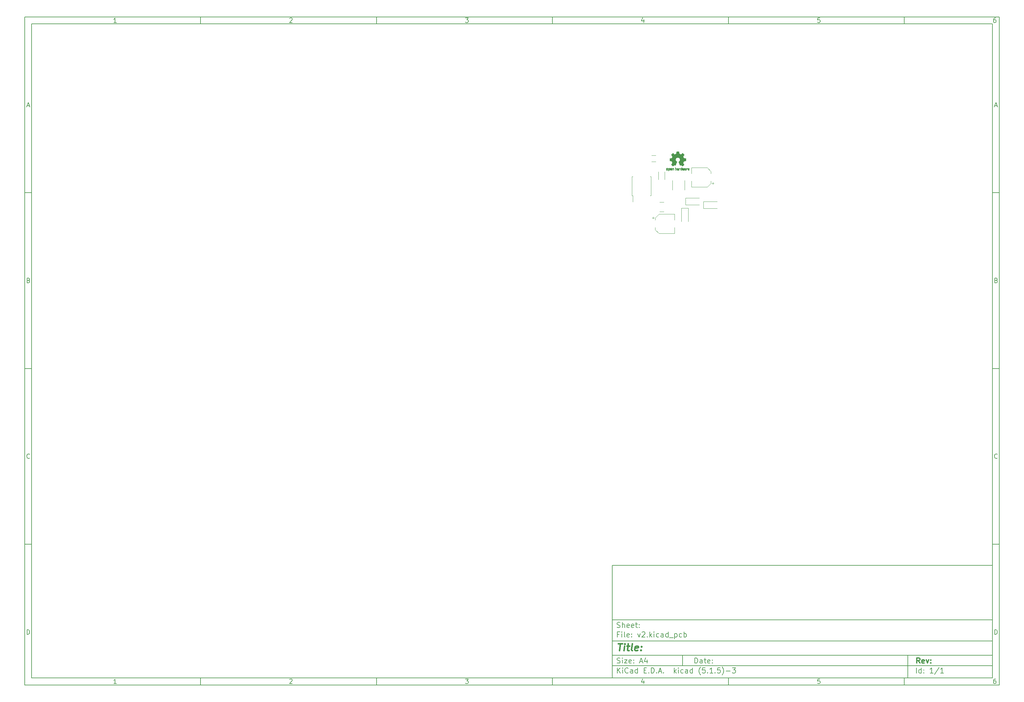
<source format=gbr>
G04 #@! TF.GenerationSoftware,KiCad,Pcbnew,(5.1.5)-3*
G04 #@! TF.CreationDate,2020-05-09T15:27:07-04:00*
G04 #@! TF.ProjectId,v2,76322e6b-6963-4616-945f-706362585858,rev?*
G04 #@! TF.SameCoordinates,Original*
G04 #@! TF.FileFunction,Legend,Top*
G04 #@! TF.FilePolarity,Positive*
%FSLAX46Y46*%
G04 Gerber Fmt 4.6, Leading zero omitted, Abs format (unit mm)*
G04 Created by KiCad (PCBNEW (5.1.5)-3) date 2020-05-09 15:27:07*
%MOMM*%
%LPD*%
G04 APERTURE LIST*
%ADD10C,0.100000*%
%ADD11C,0.150000*%
%ADD12C,0.300000*%
%ADD13C,0.400000*%
%ADD14C,0.010000*%
%ADD15C,0.120000*%
G04 APERTURE END LIST*
D10*
D11*
X177002200Y-166007200D02*
X177002200Y-198007200D01*
X285002200Y-198007200D01*
X285002200Y-166007200D01*
X177002200Y-166007200D01*
D10*
D11*
X10000000Y-10000000D02*
X10000000Y-200007200D01*
X287002200Y-200007200D01*
X287002200Y-10000000D01*
X10000000Y-10000000D01*
D10*
D11*
X12000000Y-12000000D02*
X12000000Y-198007200D01*
X285002200Y-198007200D01*
X285002200Y-12000000D01*
X12000000Y-12000000D01*
D10*
D11*
X60000000Y-12000000D02*
X60000000Y-10000000D01*
D10*
D11*
X110000000Y-12000000D02*
X110000000Y-10000000D01*
D10*
D11*
X160000000Y-12000000D02*
X160000000Y-10000000D01*
D10*
D11*
X210000000Y-12000000D02*
X210000000Y-10000000D01*
D10*
D11*
X260000000Y-12000000D02*
X260000000Y-10000000D01*
D10*
D11*
X36065476Y-11588095D02*
X35322619Y-11588095D01*
X35694047Y-11588095D02*
X35694047Y-10288095D01*
X35570238Y-10473809D01*
X35446428Y-10597619D01*
X35322619Y-10659523D01*
D10*
D11*
X85322619Y-10411904D02*
X85384523Y-10350000D01*
X85508333Y-10288095D01*
X85817857Y-10288095D01*
X85941666Y-10350000D01*
X86003571Y-10411904D01*
X86065476Y-10535714D01*
X86065476Y-10659523D01*
X86003571Y-10845238D01*
X85260714Y-11588095D01*
X86065476Y-11588095D01*
D10*
D11*
X135260714Y-10288095D02*
X136065476Y-10288095D01*
X135632142Y-10783333D01*
X135817857Y-10783333D01*
X135941666Y-10845238D01*
X136003571Y-10907142D01*
X136065476Y-11030952D01*
X136065476Y-11340476D01*
X136003571Y-11464285D01*
X135941666Y-11526190D01*
X135817857Y-11588095D01*
X135446428Y-11588095D01*
X135322619Y-11526190D01*
X135260714Y-11464285D01*
D10*
D11*
X185941666Y-10721428D02*
X185941666Y-11588095D01*
X185632142Y-10226190D02*
X185322619Y-11154761D01*
X186127380Y-11154761D01*
D10*
D11*
X236003571Y-10288095D02*
X235384523Y-10288095D01*
X235322619Y-10907142D01*
X235384523Y-10845238D01*
X235508333Y-10783333D01*
X235817857Y-10783333D01*
X235941666Y-10845238D01*
X236003571Y-10907142D01*
X236065476Y-11030952D01*
X236065476Y-11340476D01*
X236003571Y-11464285D01*
X235941666Y-11526190D01*
X235817857Y-11588095D01*
X235508333Y-11588095D01*
X235384523Y-11526190D01*
X235322619Y-11464285D01*
D10*
D11*
X285941666Y-10288095D02*
X285694047Y-10288095D01*
X285570238Y-10350000D01*
X285508333Y-10411904D01*
X285384523Y-10597619D01*
X285322619Y-10845238D01*
X285322619Y-11340476D01*
X285384523Y-11464285D01*
X285446428Y-11526190D01*
X285570238Y-11588095D01*
X285817857Y-11588095D01*
X285941666Y-11526190D01*
X286003571Y-11464285D01*
X286065476Y-11340476D01*
X286065476Y-11030952D01*
X286003571Y-10907142D01*
X285941666Y-10845238D01*
X285817857Y-10783333D01*
X285570238Y-10783333D01*
X285446428Y-10845238D01*
X285384523Y-10907142D01*
X285322619Y-11030952D01*
D10*
D11*
X60000000Y-198007200D02*
X60000000Y-200007200D01*
D10*
D11*
X110000000Y-198007200D02*
X110000000Y-200007200D01*
D10*
D11*
X160000000Y-198007200D02*
X160000000Y-200007200D01*
D10*
D11*
X210000000Y-198007200D02*
X210000000Y-200007200D01*
D10*
D11*
X260000000Y-198007200D02*
X260000000Y-200007200D01*
D10*
D11*
X36065476Y-199595295D02*
X35322619Y-199595295D01*
X35694047Y-199595295D02*
X35694047Y-198295295D01*
X35570238Y-198481009D01*
X35446428Y-198604819D01*
X35322619Y-198666723D01*
D10*
D11*
X85322619Y-198419104D02*
X85384523Y-198357200D01*
X85508333Y-198295295D01*
X85817857Y-198295295D01*
X85941666Y-198357200D01*
X86003571Y-198419104D01*
X86065476Y-198542914D01*
X86065476Y-198666723D01*
X86003571Y-198852438D01*
X85260714Y-199595295D01*
X86065476Y-199595295D01*
D10*
D11*
X135260714Y-198295295D02*
X136065476Y-198295295D01*
X135632142Y-198790533D01*
X135817857Y-198790533D01*
X135941666Y-198852438D01*
X136003571Y-198914342D01*
X136065476Y-199038152D01*
X136065476Y-199347676D01*
X136003571Y-199471485D01*
X135941666Y-199533390D01*
X135817857Y-199595295D01*
X135446428Y-199595295D01*
X135322619Y-199533390D01*
X135260714Y-199471485D01*
D10*
D11*
X185941666Y-198728628D02*
X185941666Y-199595295D01*
X185632142Y-198233390D02*
X185322619Y-199161961D01*
X186127380Y-199161961D01*
D10*
D11*
X236003571Y-198295295D02*
X235384523Y-198295295D01*
X235322619Y-198914342D01*
X235384523Y-198852438D01*
X235508333Y-198790533D01*
X235817857Y-198790533D01*
X235941666Y-198852438D01*
X236003571Y-198914342D01*
X236065476Y-199038152D01*
X236065476Y-199347676D01*
X236003571Y-199471485D01*
X235941666Y-199533390D01*
X235817857Y-199595295D01*
X235508333Y-199595295D01*
X235384523Y-199533390D01*
X235322619Y-199471485D01*
D10*
D11*
X285941666Y-198295295D02*
X285694047Y-198295295D01*
X285570238Y-198357200D01*
X285508333Y-198419104D01*
X285384523Y-198604819D01*
X285322619Y-198852438D01*
X285322619Y-199347676D01*
X285384523Y-199471485D01*
X285446428Y-199533390D01*
X285570238Y-199595295D01*
X285817857Y-199595295D01*
X285941666Y-199533390D01*
X286003571Y-199471485D01*
X286065476Y-199347676D01*
X286065476Y-199038152D01*
X286003571Y-198914342D01*
X285941666Y-198852438D01*
X285817857Y-198790533D01*
X285570238Y-198790533D01*
X285446428Y-198852438D01*
X285384523Y-198914342D01*
X285322619Y-199038152D01*
D10*
D11*
X10000000Y-60000000D02*
X12000000Y-60000000D01*
D10*
D11*
X10000000Y-110000000D02*
X12000000Y-110000000D01*
D10*
D11*
X10000000Y-160000000D02*
X12000000Y-160000000D01*
D10*
D11*
X10690476Y-35216666D02*
X11309523Y-35216666D01*
X10566666Y-35588095D02*
X11000000Y-34288095D01*
X11433333Y-35588095D01*
D10*
D11*
X11092857Y-84907142D02*
X11278571Y-84969047D01*
X11340476Y-85030952D01*
X11402380Y-85154761D01*
X11402380Y-85340476D01*
X11340476Y-85464285D01*
X11278571Y-85526190D01*
X11154761Y-85588095D01*
X10659523Y-85588095D01*
X10659523Y-84288095D01*
X11092857Y-84288095D01*
X11216666Y-84350000D01*
X11278571Y-84411904D01*
X11340476Y-84535714D01*
X11340476Y-84659523D01*
X11278571Y-84783333D01*
X11216666Y-84845238D01*
X11092857Y-84907142D01*
X10659523Y-84907142D01*
D10*
D11*
X11402380Y-135464285D02*
X11340476Y-135526190D01*
X11154761Y-135588095D01*
X11030952Y-135588095D01*
X10845238Y-135526190D01*
X10721428Y-135402380D01*
X10659523Y-135278571D01*
X10597619Y-135030952D01*
X10597619Y-134845238D01*
X10659523Y-134597619D01*
X10721428Y-134473809D01*
X10845238Y-134350000D01*
X11030952Y-134288095D01*
X11154761Y-134288095D01*
X11340476Y-134350000D01*
X11402380Y-134411904D01*
D10*
D11*
X10659523Y-185588095D02*
X10659523Y-184288095D01*
X10969047Y-184288095D01*
X11154761Y-184350000D01*
X11278571Y-184473809D01*
X11340476Y-184597619D01*
X11402380Y-184845238D01*
X11402380Y-185030952D01*
X11340476Y-185278571D01*
X11278571Y-185402380D01*
X11154761Y-185526190D01*
X10969047Y-185588095D01*
X10659523Y-185588095D01*
D10*
D11*
X287002200Y-60000000D02*
X285002200Y-60000000D01*
D10*
D11*
X287002200Y-110000000D02*
X285002200Y-110000000D01*
D10*
D11*
X287002200Y-160000000D02*
X285002200Y-160000000D01*
D10*
D11*
X285692676Y-35216666D02*
X286311723Y-35216666D01*
X285568866Y-35588095D02*
X286002200Y-34288095D01*
X286435533Y-35588095D01*
D10*
D11*
X286095057Y-84907142D02*
X286280771Y-84969047D01*
X286342676Y-85030952D01*
X286404580Y-85154761D01*
X286404580Y-85340476D01*
X286342676Y-85464285D01*
X286280771Y-85526190D01*
X286156961Y-85588095D01*
X285661723Y-85588095D01*
X285661723Y-84288095D01*
X286095057Y-84288095D01*
X286218866Y-84350000D01*
X286280771Y-84411904D01*
X286342676Y-84535714D01*
X286342676Y-84659523D01*
X286280771Y-84783333D01*
X286218866Y-84845238D01*
X286095057Y-84907142D01*
X285661723Y-84907142D01*
D10*
D11*
X286404580Y-135464285D02*
X286342676Y-135526190D01*
X286156961Y-135588095D01*
X286033152Y-135588095D01*
X285847438Y-135526190D01*
X285723628Y-135402380D01*
X285661723Y-135278571D01*
X285599819Y-135030952D01*
X285599819Y-134845238D01*
X285661723Y-134597619D01*
X285723628Y-134473809D01*
X285847438Y-134350000D01*
X286033152Y-134288095D01*
X286156961Y-134288095D01*
X286342676Y-134350000D01*
X286404580Y-134411904D01*
D10*
D11*
X285661723Y-185588095D02*
X285661723Y-184288095D01*
X285971247Y-184288095D01*
X286156961Y-184350000D01*
X286280771Y-184473809D01*
X286342676Y-184597619D01*
X286404580Y-184845238D01*
X286404580Y-185030952D01*
X286342676Y-185278571D01*
X286280771Y-185402380D01*
X286156961Y-185526190D01*
X285971247Y-185588095D01*
X285661723Y-185588095D01*
D10*
D11*
X200434342Y-193785771D02*
X200434342Y-192285771D01*
X200791485Y-192285771D01*
X201005771Y-192357200D01*
X201148628Y-192500057D01*
X201220057Y-192642914D01*
X201291485Y-192928628D01*
X201291485Y-193142914D01*
X201220057Y-193428628D01*
X201148628Y-193571485D01*
X201005771Y-193714342D01*
X200791485Y-193785771D01*
X200434342Y-193785771D01*
X202577200Y-193785771D02*
X202577200Y-193000057D01*
X202505771Y-192857200D01*
X202362914Y-192785771D01*
X202077200Y-192785771D01*
X201934342Y-192857200D01*
X202577200Y-193714342D02*
X202434342Y-193785771D01*
X202077200Y-193785771D01*
X201934342Y-193714342D01*
X201862914Y-193571485D01*
X201862914Y-193428628D01*
X201934342Y-193285771D01*
X202077200Y-193214342D01*
X202434342Y-193214342D01*
X202577200Y-193142914D01*
X203077200Y-192785771D02*
X203648628Y-192785771D01*
X203291485Y-192285771D02*
X203291485Y-193571485D01*
X203362914Y-193714342D01*
X203505771Y-193785771D01*
X203648628Y-193785771D01*
X204720057Y-193714342D02*
X204577200Y-193785771D01*
X204291485Y-193785771D01*
X204148628Y-193714342D01*
X204077200Y-193571485D01*
X204077200Y-193000057D01*
X204148628Y-192857200D01*
X204291485Y-192785771D01*
X204577200Y-192785771D01*
X204720057Y-192857200D01*
X204791485Y-193000057D01*
X204791485Y-193142914D01*
X204077200Y-193285771D01*
X205434342Y-193642914D02*
X205505771Y-193714342D01*
X205434342Y-193785771D01*
X205362914Y-193714342D01*
X205434342Y-193642914D01*
X205434342Y-193785771D01*
X205434342Y-192857200D02*
X205505771Y-192928628D01*
X205434342Y-193000057D01*
X205362914Y-192928628D01*
X205434342Y-192857200D01*
X205434342Y-193000057D01*
D10*
D11*
X177002200Y-194507200D02*
X285002200Y-194507200D01*
D10*
D11*
X178434342Y-196585771D02*
X178434342Y-195085771D01*
X179291485Y-196585771D02*
X178648628Y-195728628D01*
X179291485Y-195085771D02*
X178434342Y-195942914D01*
X179934342Y-196585771D02*
X179934342Y-195585771D01*
X179934342Y-195085771D02*
X179862914Y-195157200D01*
X179934342Y-195228628D01*
X180005771Y-195157200D01*
X179934342Y-195085771D01*
X179934342Y-195228628D01*
X181505771Y-196442914D02*
X181434342Y-196514342D01*
X181220057Y-196585771D01*
X181077200Y-196585771D01*
X180862914Y-196514342D01*
X180720057Y-196371485D01*
X180648628Y-196228628D01*
X180577200Y-195942914D01*
X180577200Y-195728628D01*
X180648628Y-195442914D01*
X180720057Y-195300057D01*
X180862914Y-195157200D01*
X181077200Y-195085771D01*
X181220057Y-195085771D01*
X181434342Y-195157200D01*
X181505771Y-195228628D01*
X182791485Y-196585771D02*
X182791485Y-195800057D01*
X182720057Y-195657200D01*
X182577200Y-195585771D01*
X182291485Y-195585771D01*
X182148628Y-195657200D01*
X182791485Y-196514342D02*
X182648628Y-196585771D01*
X182291485Y-196585771D01*
X182148628Y-196514342D01*
X182077200Y-196371485D01*
X182077200Y-196228628D01*
X182148628Y-196085771D01*
X182291485Y-196014342D01*
X182648628Y-196014342D01*
X182791485Y-195942914D01*
X184148628Y-196585771D02*
X184148628Y-195085771D01*
X184148628Y-196514342D02*
X184005771Y-196585771D01*
X183720057Y-196585771D01*
X183577200Y-196514342D01*
X183505771Y-196442914D01*
X183434342Y-196300057D01*
X183434342Y-195871485D01*
X183505771Y-195728628D01*
X183577200Y-195657200D01*
X183720057Y-195585771D01*
X184005771Y-195585771D01*
X184148628Y-195657200D01*
X186005771Y-195800057D02*
X186505771Y-195800057D01*
X186720057Y-196585771D02*
X186005771Y-196585771D01*
X186005771Y-195085771D01*
X186720057Y-195085771D01*
X187362914Y-196442914D02*
X187434342Y-196514342D01*
X187362914Y-196585771D01*
X187291485Y-196514342D01*
X187362914Y-196442914D01*
X187362914Y-196585771D01*
X188077200Y-196585771D02*
X188077200Y-195085771D01*
X188434342Y-195085771D01*
X188648628Y-195157200D01*
X188791485Y-195300057D01*
X188862914Y-195442914D01*
X188934342Y-195728628D01*
X188934342Y-195942914D01*
X188862914Y-196228628D01*
X188791485Y-196371485D01*
X188648628Y-196514342D01*
X188434342Y-196585771D01*
X188077200Y-196585771D01*
X189577200Y-196442914D02*
X189648628Y-196514342D01*
X189577200Y-196585771D01*
X189505771Y-196514342D01*
X189577200Y-196442914D01*
X189577200Y-196585771D01*
X190220057Y-196157200D02*
X190934342Y-196157200D01*
X190077200Y-196585771D02*
X190577200Y-195085771D01*
X191077200Y-196585771D01*
X191577200Y-196442914D02*
X191648628Y-196514342D01*
X191577200Y-196585771D01*
X191505771Y-196514342D01*
X191577200Y-196442914D01*
X191577200Y-196585771D01*
X194577200Y-196585771D02*
X194577200Y-195085771D01*
X194720057Y-196014342D02*
X195148628Y-196585771D01*
X195148628Y-195585771D02*
X194577200Y-196157200D01*
X195791485Y-196585771D02*
X195791485Y-195585771D01*
X195791485Y-195085771D02*
X195720057Y-195157200D01*
X195791485Y-195228628D01*
X195862914Y-195157200D01*
X195791485Y-195085771D01*
X195791485Y-195228628D01*
X197148628Y-196514342D02*
X197005771Y-196585771D01*
X196720057Y-196585771D01*
X196577200Y-196514342D01*
X196505771Y-196442914D01*
X196434342Y-196300057D01*
X196434342Y-195871485D01*
X196505771Y-195728628D01*
X196577200Y-195657200D01*
X196720057Y-195585771D01*
X197005771Y-195585771D01*
X197148628Y-195657200D01*
X198434342Y-196585771D02*
X198434342Y-195800057D01*
X198362914Y-195657200D01*
X198220057Y-195585771D01*
X197934342Y-195585771D01*
X197791485Y-195657200D01*
X198434342Y-196514342D02*
X198291485Y-196585771D01*
X197934342Y-196585771D01*
X197791485Y-196514342D01*
X197720057Y-196371485D01*
X197720057Y-196228628D01*
X197791485Y-196085771D01*
X197934342Y-196014342D01*
X198291485Y-196014342D01*
X198434342Y-195942914D01*
X199791485Y-196585771D02*
X199791485Y-195085771D01*
X199791485Y-196514342D02*
X199648628Y-196585771D01*
X199362914Y-196585771D01*
X199220057Y-196514342D01*
X199148628Y-196442914D01*
X199077200Y-196300057D01*
X199077200Y-195871485D01*
X199148628Y-195728628D01*
X199220057Y-195657200D01*
X199362914Y-195585771D01*
X199648628Y-195585771D01*
X199791485Y-195657200D01*
X202077200Y-197157200D02*
X202005771Y-197085771D01*
X201862914Y-196871485D01*
X201791485Y-196728628D01*
X201720057Y-196514342D01*
X201648628Y-196157200D01*
X201648628Y-195871485D01*
X201720057Y-195514342D01*
X201791485Y-195300057D01*
X201862914Y-195157200D01*
X202005771Y-194942914D01*
X202077200Y-194871485D01*
X203362914Y-195085771D02*
X202648628Y-195085771D01*
X202577200Y-195800057D01*
X202648628Y-195728628D01*
X202791485Y-195657200D01*
X203148628Y-195657200D01*
X203291485Y-195728628D01*
X203362914Y-195800057D01*
X203434342Y-195942914D01*
X203434342Y-196300057D01*
X203362914Y-196442914D01*
X203291485Y-196514342D01*
X203148628Y-196585771D01*
X202791485Y-196585771D01*
X202648628Y-196514342D01*
X202577200Y-196442914D01*
X204077200Y-196442914D02*
X204148628Y-196514342D01*
X204077200Y-196585771D01*
X204005771Y-196514342D01*
X204077200Y-196442914D01*
X204077200Y-196585771D01*
X205577200Y-196585771D02*
X204720057Y-196585771D01*
X205148628Y-196585771D02*
X205148628Y-195085771D01*
X205005771Y-195300057D01*
X204862914Y-195442914D01*
X204720057Y-195514342D01*
X206220057Y-196442914D02*
X206291485Y-196514342D01*
X206220057Y-196585771D01*
X206148628Y-196514342D01*
X206220057Y-196442914D01*
X206220057Y-196585771D01*
X207648628Y-195085771D02*
X206934342Y-195085771D01*
X206862914Y-195800057D01*
X206934342Y-195728628D01*
X207077200Y-195657200D01*
X207434342Y-195657200D01*
X207577200Y-195728628D01*
X207648628Y-195800057D01*
X207720057Y-195942914D01*
X207720057Y-196300057D01*
X207648628Y-196442914D01*
X207577200Y-196514342D01*
X207434342Y-196585771D01*
X207077200Y-196585771D01*
X206934342Y-196514342D01*
X206862914Y-196442914D01*
X208220057Y-197157200D02*
X208291485Y-197085771D01*
X208434342Y-196871485D01*
X208505771Y-196728628D01*
X208577200Y-196514342D01*
X208648628Y-196157200D01*
X208648628Y-195871485D01*
X208577200Y-195514342D01*
X208505771Y-195300057D01*
X208434342Y-195157200D01*
X208291485Y-194942914D01*
X208220057Y-194871485D01*
X209362914Y-196014342D02*
X210505771Y-196014342D01*
X211077200Y-195085771D02*
X212005771Y-195085771D01*
X211505771Y-195657200D01*
X211720057Y-195657200D01*
X211862914Y-195728628D01*
X211934342Y-195800057D01*
X212005771Y-195942914D01*
X212005771Y-196300057D01*
X211934342Y-196442914D01*
X211862914Y-196514342D01*
X211720057Y-196585771D01*
X211291485Y-196585771D01*
X211148628Y-196514342D01*
X211077200Y-196442914D01*
D10*
D11*
X177002200Y-191507200D02*
X285002200Y-191507200D01*
D10*
D12*
X264411485Y-193785771D02*
X263911485Y-193071485D01*
X263554342Y-193785771D02*
X263554342Y-192285771D01*
X264125771Y-192285771D01*
X264268628Y-192357200D01*
X264340057Y-192428628D01*
X264411485Y-192571485D01*
X264411485Y-192785771D01*
X264340057Y-192928628D01*
X264268628Y-193000057D01*
X264125771Y-193071485D01*
X263554342Y-193071485D01*
X265625771Y-193714342D02*
X265482914Y-193785771D01*
X265197200Y-193785771D01*
X265054342Y-193714342D01*
X264982914Y-193571485D01*
X264982914Y-193000057D01*
X265054342Y-192857200D01*
X265197200Y-192785771D01*
X265482914Y-192785771D01*
X265625771Y-192857200D01*
X265697200Y-193000057D01*
X265697200Y-193142914D01*
X264982914Y-193285771D01*
X266197200Y-192785771D02*
X266554342Y-193785771D01*
X266911485Y-192785771D01*
X267482914Y-193642914D02*
X267554342Y-193714342D01*
X267482914Y-193785771D01*
X267411485Y-193714342D01*
X267482914Y-193642914D01*
X267482914Y-193785771D01*
X267482914Y-192857200D02*
X267554342Y-192928628D01*
X267482914Y-193000057D01*
X267411485Y-192928628D01*
X267482914Y-192857200D01*
X267482914Y-193000057D01*
D10*
D11*
X178362914Y-193714342D02*
X178577200Y-193785771D01*
X178934342Y-193785771D01*
X179077200Y-193714342D01*
X179148628Y-193642914D01*
X179220057Y-193500057D01*
X179220057Y-193357200D01*
X179148628Y-193214342D01*
X179077200Y-193142914D01*
X178934342Y-193071485D01*
X178648628Y-193000057D01*
X178505771Y-192928628D01*
X178434342Y-192857200D01*
X178362914Y-192714342D01*
X178362914Y-192571485D01*
X178434342Y-192428628D01*
X178505771Y-192357200D01*
X178648628Y-192285771D01*
X179005771Y-192285771D01*
X179220057Y-192357200D01*
X179862914Y-193785771D02*
X179862914Y-192785771D01*
X179862914Y-192285771D02*
X179791485Y-192357200D01*
X179862914Y-192428628D01*
X179934342Y-192357200D01*
X179862914Y-192285771D01*
X179862914Y-192428628D01*
X180434342Y-192785771D02*
X181220057Y-192785771D01*
X180434342Y-193785771D01*
X181220057Y-193785771D01*
X182362914Y-193714342D02*
X182220057Y-193785771D01*
X181934342Y-193785771D01*
X181791485Y-193714342D01*
X181720057Y-193571485D01*
X181720057Y-193000057D01*
X181791485Y-192857200D01*
X181934342Y-192785771D01*
X182220057Y-192785771D01*
X182362914Y-192857200D01*
X182434342Y-193000057D01*
X182434342Y-193142914D01*
X181720057Y-193285771D01*
X183077200Y-193642914D02*
X183148628Y-193714342D01*
X183077200Y-193785771D01*
X183005771Y-193714342D01*
X183077200Y-193642914D01*
X183077200Y-193785771D01*
X183077200Y-192857200D02*
X183148628Y-192928628D01*
X183077200Y-193000057D01*
X183005771Y-192928628D01*
X183077200Y-192857200D01*
X183077200Y-193000057D01*
X184862914Y-193357200D02*
X185577200Y-193357200D01*
X184720057Y-193785771D02*
X185220057Y-192285771D01*
X185720057Y-193785771D01*
X186862914Y-192785771D02*
X186862914Y-193785771D01*
X186505771Y-192214342D02*
X186148628Y-193285771D01*
X187077200Y-193285771D01*
D10*
D11*
X263434342Y-196585771D02*
X263434342Y-195085771D01*
X264791485Y-196585771D02*
X264791485Y-195085771D01*
X264791485Y-196514342D02*
X264648628Y-196585771D01*
X264362914Y-196585771D01*
X264220057Y-196514342D01*
X264148628Y-196442914D01*
X264077200Y-196300057D01*
X264077200Y-195871485D01*
X264148628Y-195728628D01*
X264220057Y-195657200D01*
X264362914Y-195585771D01*
X264648628Y-195585771D01*
X264791485Y-195657200D01*
X265505771Y-196442914D02*
X265577200Y-196514342D01*
X265505771Y-196585771D01*
X265434342Y-196514342D01*
X265505771Y-196442914D01*
X265505771Y-196585771D01*
X265505771Y-195657200D02*
X265577200Y-195728628D01*
X265505771Y-195800057D01*
X265434342Y-195728628D01*
X265505771Y-195657200D01*
X265505771Y-195800057D01*
X268148628Y-196585771D02*
X267291485Y-196585771D01*
X267720057Y-196585771D02*
X267720057Y-195085771D01*
X267577200Y-195300057D01*
X267434342Y-195442914D01*
X267291485Y-195514342D01*
X269862914Y-195014342D02*
X268577200Y-196942914D01*
X271148628Y-196585771D02*
X270291485Y-196585771D01*
X270720057Y-196585771D02*
X270720057Y-195085771D01*
X270577200Y-195300057D01*
X270434342Y-195442914D01*
X270291485Y-195514342D01*
D10*
D11*
X177002200Y-187507200D02*
X285002200Y-187507200D01*
D10*
D13*
X178714580Y-188211961D02*
X179857438Y-188211961D01*
X179036009Y-190211961D02*
X179286009Y-188211961D01*
X180274104Y-190211961D02*
X180440771Y-188878628D01*
X180524104Y-188211961D02*
X180416961Y-188307200D01*
X180500295Y-188402438D01*
X180607438Y-188307200D01*
X180524104Y-188211961D01*
X180500295Y-188402438D01*
X181107438Y-188878628D02*
X181869342Y-188878628D01*
X181476485Y-188211961D02*
X181262200Y-189926247D01*
X181333628Y-190116723D01*
X181512200Y-190211961D01*
X181702676Y-190211961D01*
X182655057Y-190211961D02*
X182476485Y-190116723D01*
X182405057Y-189926247D01*
X182619342Y-188211961D01*
X184190771Y-190116723D02*
X183988390Y-190211961D01*
X183607438Y-190211961D01*
X183428866Y-190116723D01*
X183357438Y-189926247D01*
X183452676Y-189164342D01*
X183571723Y-188973866D01*
X183774104Y-188878628D01*
X184155057Y-188878628D01*
X184333628Y-188973866D01*
X184405057Y-189164342D01*
X184381247Y-189354819D01*
X183405057Y-189545295D01*
X185155057Y-190021485D02*
X185238390Y-190116723D01*
X185131247Y-190211961D01*
X185047914Y-190116723D01*
X185155057Y-190021485D01*
X185131247Y-190211961D01*
X185286009Y-188973866D02*
X185369342Y-189069104D01*
X185262200Y-189164342D01*
X185178866Y-189069104D01*
X185286009Y-188973866D01*
X185262200Y-189164342D01*
D10*
D11*
X178934342Y-185600057D02*
X178434342Y-185600057D01*
X178434342Y-186385771D02*
X178434342Y-184885771D01*
X179148628Y-184885771D01*
X179720057Y-186385771D02*
X179720057Y-185385771D01*
X179720057Y-184885771D02*
X179648628Y-184957200D01*
X179720057Y-185028628D01*
X179791485Y-184957200D01*
X179720057Y-184885771D01*
X179720057Y-185028628D01*
X180648628Y-186385771D02*
X180505771Y-186314342D01*
X180434342Y-186171485D01*
X180434342Y-184885771D01*
X181791485Y-186314342D02*
X181648628Y-186385771D01*
X181362914Y-186385771D01*
X181220057Y-186314342D01*
X181148628Y-186171485D01*
X181148628Y-185600057D01*
X181220057Y-185457200D01*
X181362914Y-185385771D01*
X181648628Y-185385771D01*
X181791485Y-185457200D01*
X181862914Y-185600057D01*
X181862914Y-185742914D01*
X181148628Y-185885771D01*
X182505771Y-186242914D02*
X182577200Y-186314342D01*
X182505771Y-186385771D01*
X182434342Y-186314342D01*
X182505771Y-186242914D01*
X182505771Y-186385771D01*
X182505771Y-185457200D02*
X182577200Y-185528628D01*
X182505771Y-185600057D01*
X182434342Y-185528628D01*
X182505771Y-185457200D01*
X182505771Y-185600057D01*
X184220057Y-185385771D02*
X184577200Y-186385771D01*
X184934342Y-185385771D01*
X185434342Y-185028628D02*
X185505771Y-184957200D01*
X185648628Y-184885771D01*
X186005771Y-184885771D01*
X186148628Y-184957200D01*
X186220057Y-185028628D01*
X186291485Y-185171485D01*
X186291485Y-185314342D01*
X186220057Y-185528628D01*
X185362914Y-186385771D01*
X186291485Y-186385771D01*
X186934342Y-186242914D02*
X187005771Y-186314342D01*
X186934342Y-186385771D01*
X186862914Y-186314342D01*
X186934342Y-186242914D01*
X186934342Y-186385771D01*
X187648628Y-186385771D02*
X187648628Y-184885771D01*
X187791485Y-185814342D02*
X188220057Y-186385771D01*
X188220057Y-185385771D02*
X187648628Y-185957200D01*
X188862914Y-186385771D02*
X188862914Y-185385771D01*
X188862914Y-184885771D02*
X188791485Y-184957200D01*
X188862914Y-185028628D01*
X188934342Y-184957200D01*
X188862914Y-184885771D01*
X188862914Y-185028628D01*
X190220057Y-186314342D02*
X190077200Y-186385771D01*
X189791485Y-186385771D01*
X189648628Y-186314342D01*
X189577200Y-186242914D01*
X189505771Y-186100057D01*
X189505771Y-185671485D01*
X189577200Y-185528628D01*
X189648628Y-185457200D01*
X189791485Y-185385771D01*
X190077200Y-185385771D01*
X190220057Y-185457200D01*
X191505771Y-186385771D02*
X191505771Y-185600057D01*
X191434342Y-185457200D01*
X191291485Y-185385771D01*
X191005771Y-185385771D01*
X190862914Y-185457200D01*
X191505771Y-186314342D02*
X191362914Y-186385771D01*
X191005771Y-186385771D01*
X190862914Y-186314342D01*
X190791485Y-186171485D01*
X190791485Y-186028628D01*
X190862914Y-185885771D01*
X191005771Y-185814342D01*
X191362914Y-185814342D01*
X191505771Y-185742914D01*
X192862914Y-186385771D02*
X192862914Y-184885771D01*
X192862914Y-186314342D02*
X192720057Y-186385771D01*
X192434342Y-186385771D01*
X192291485Y-186314342D01*
X192220057Y-186242914D01*
X192148628Y-186100057D01*
X192148628Y-185671485D01*
X192220057Y-185528628D01*
X192291485Y-185457200D01*
X192434342Y-185385771D01*
X192720057Y-185385771D01*
X192862914Y-185457200D01*
X193220057Y-186528628D02*
X194362914Y-186528628D01*
X194720057Y-185385771D02*
X194720057Y-186885771D01*
X194720057Y-185457200D02*
X194862914Y-185385771D01*
X195148628Y-185385771D01*
X195291485Y-185457200D01*
X195362914Y-185528628D01*
X195434342Y-185671485D01*
X195434342Y-186100057D01*
X195362914Y-186242914D01*
X195291485Y-186314342D01*
X195148628Y-186385771D01*
X194862914Y-186385771D01*
X194720057Y-186314342D01*
X196720057Y-186314342D02*
X196577200Y-186385771D01*
X196291485Y-186385771D01*
X196148628Y-186314342D01*
X196077200Y-186242914D01*
X196005771Y-186100057D01*
X196005771Y-185671485D01*
X196077200Y-185528628D01*
X196148628Y-185457200D01*
X196291485Y-185385771D01*
X196577200Y-185385771D01*
X196720057Y-185457200D01*
X197362914Y-186385771D02*
X197362914Y-184885771D01*
X197362914Y-185457200D02*
X197505771Y-185385771D01*
X197791485Y-185385771D01*
X197934342Y-185457200D01*
X198005771Y-185528628D01*
X198077200Y-185671485D01*
X198077200Y-186100057D01*
X198005771Y-186242914D01*
X197934342Y-186314342D01*
X197791485Y-186385771D01*
X197505771Y-186385771D01*
X197362914Y-186314342D01*
D10*
D11*
X177002200Y-181507200D02*
X285002200Y-181507200D01*
D10*
D11*
X178362914Y-183614342D02*
X178577200Y-183685771D01*
X178934342Y-183685771D01*
X179077200Y-183614342D01*
X179148628Y-183542914D01*
X179220057Y-183400057D01*
X179220057Y-183257200D01*
X179148628Y-183114342D01*
X179077200Y-183042914D01*
X178934342Y-182971485D01*
X178648628Y-182900057D01*
X178505771Y-182828628D01*
X178434342Y-182757200D01*
X178362914Y-182614342D01*
X178362914Y-182471485D01*
X178434342Y-182328628D01*
X178505771Y-182257200D01*
X178648628Y-182185771D01*
X179005771Y-182185771D01*
X179220057Y-182257200D01*
X179862914Y-183685771D02*
X179862914Y-182185771D01*
X180505771Y-183685771D02*
X180505771Y-182900057D01*
X180434342Y-182757200D01*
X180291485Y-182685771D01*
X180077200Y-182685771D01*
X179934342Y-182757200D01*
X179862914Y-182828628D01*
X181791485Y-183614342D02*
X181648628Y-183685771D01*
X181362914Y-183685771D01*
X181220057Y-183614342D01*
X181148628Y-183471485D01*
X181148628Y-182900057D01*
X181220057Y-182757200D01*
X181362914Y-182685771D01*
X181648628Y-182685771D01*
X181791485Y-182757200D01*
X181862914Y-182900057D01*
X181862914Y-183042914D01*
X181148628Y-183185771D01*
X183077200Y-183614342D02*
X182934342Y-183685771D01*
X182648628Y-183685771D01*
X182505771Y-183614342D01*
X182434342Y-183471485D01*
X182434342Y-182900057D01*
X182505771Y-182757200D01*
X182648628Y-182685771D01*
X182934342Y-182685771D01*
X183077200Y-182757200D01*
X183148628Y-182900057D01*
X183148628Y-183042914D01*
X182434342Y-183185771D01*
X183577200Y-182685771D02*
X184148628Y-182685771D01*
X183791485Y-182185771D02*
X183791485Y-183471485D01*
X183862914Y-183614342D01*
X184005771Y-183685771D01*
X184148628Y-183685771D01*
X184648628Y-183542914D02*
X184720057Y-183614342D01*
X184648628Y-183685771D01*
X184577200Y-183614342D01*
X184648628Y-183542914D01*
X184648628Y-183685771D01*
X184648628Y-182757200D02*
X184720057Y-182828628D01*
X184648628Y-182900057D01*
X184577200Y-182828628D01*
X184648628Y-182757200D01*
X184648628Y-182900057D01*
D10*
D11*
X197002200Y-191507200D02*
X197002200Y-194507200D01*
D10*
D11*
X261002200Y-191507200D02*
X261002200Y-198007200D01*
D14*
G36*
X195683910Y-48296348D02*
G01*
X195762454Y-48296778D01*
X195819298Y-48297942D01*
X195858105Y-48300207D01*
X195882538Y-48303940D01*
X195896262Y-48309506D01*
X195902940Y-48317273D01*
X195906236Y-48327605D01*
X195906556Y-48328943D01*
X195911562Y-48353079D01*
X195920829Y-48400701D01*
X195933392Y-48466741D01*
X195948287Y-48546128D01*
X195964551Y-48633796D01*
X195965119Y-48636875D01*
X195981410Y-48722789D01*
X195996652Y-48798696D01*
X196009861Y-48860045D01*
X196020054Y-48902282D01*
X196026248Y-48920855D01*
X196026543Y-48921184D01*
X196044788Y-48930253D01*
X196082405Y-48945367D01*
X196131271Y-48963262D01*
X196131543Y-48963358D01*
X196193093Y-48986493D01*
X196265657Y-49015965D01*
X196334057Y-49045597D01*
X196337294Y-49047062D01*
X196448702Y-49097626D01*
X196695399Y-48929160D01*
X196771077Y-48877803D01*
X196839631Y-48831889D01*
X196897088Y-48794030D01*
X196939476Y-48766837D01*
X196962825Y-48752921D01*
X196965042Y-48751889D01*
X196982010Y-48756484D01*
X197013701Y-48778655D01*
X197061352Y-48819447D01*
X197126198Y-48879905D01*
X197192397Y-48944227D01*
X197256214Y-49007612D01*
X197313329Y-49065451D01*
X197360305Y-49114175D01*
X197393703Y-49150210D01*
X197410085Y-49169984D01*
X197410694Y-49171002D01*
X197412505Y-49184572D01*
X197405683Y-49206733D01*
X197388540Y-49240478D01*
X197359393Y-49288800D01*
X197316555Y-49354692D01*
X197259448Y-49439517D01*
X197208766Y-49514177D01*
X197163461Y-49581140D01*
X197126150Y-49636516D01*
X197099452Y-49676420D01*
X197085985Y-49696962D01*
X197085137Y-49698356D01*
X197086781Y-49718038D01*
X197099245Y-49756293D01*
X197120048Y-49805889D01*
X197127462Y-49821728D01*
X197159814Y-49892290D01*
X197194328Y-49972353D01*
X197222365Y-50041629D01*
X197242568Y-50093045D01*
X197258615Y-50132119D01*
X197267888Y-50152541D01*
X197269041Y-50154114D01*
X197286096Y-50156721D01*
X197326298Y-50163863D01*
X197384302Y-50174523D01*
X197454763Y-50187685D01*
X197532335Y-50202333D01*
X197611672Y-50217449D01*
X197687431Y-50232018D01*
X197754264Y-50245022D01*
X197806828Y-50255445D01*
X197839776Y-50262270D01*
X197847857Y-50264199D01*
X197856205Y-50268962D01*
X197862506Y-50279718D01*
X197867045Y-50300098D01*
X197870104Y-50333734D01*
X197871967Y-50384255D01*
X197872918Y-50455292D01*
X197873240Y-50550476D01*
X197873257Y-50589492D01*
X197873257Y-50906799D01*
X197797057Y-50921839D01*
X197754663Y-50929995D01*
X197691400Y-50941899D01*
X197614962Y-50956116D01*
X197533043Y-50971210D01*
X197510400Y-50975355D01*
X197434806Y-50990053D01*
X197368953Y-51004505D01*
X197318366Y-51017375D01*
X197288574Y-51027322D01*
X197283612Y-51030287D01*
X197271426Y-51051283D01*
X197253953Y-51091967D01*
X197234577Y-51144322D01*
X197230734Y-51155600D01*
X197205339Y-51225523D01*
X197173817Y-51304418D01*
X197142969Y-51375266D01*
X197142817Y-51375595D01*
X197091447Y-51486733D01*
X197260399Y-51735253D01*
X197429352Y-51983772D01*
X197212429Y-52201058D01*
X197146819Y-52265726D01*
X197086979Y-52322733D01*
X197036267Y-52369033D01*
X196998046Y-52401584D01*
X196975675Y-52417343D01*
X196972466Y-52418343D01*
X196953626Y-52410469D01*
X196915180Y-52388578D01*
X196861330Y-52355267D01*
X196796276Y-52313131D01*
X196725940Y-52265943D01*
X196654555Y-52217810D01*
X196590908Y-52175928D01*
X196539041Y-52142871D01*
X196502995Y-52121218D01*
X196486867Y-52113543D01*
X196467189Y-52120037D01*
X196429875Y-52137150D01*
X196382621Y-52161326D01*
X196377612Y-52164013D01*
X196313977Y-52195927D01*
X196270341Y-52211579D01*
X196243202Y-52211745D01*
X196229057Y-52197204D01*
X196228975Y-52197000D01*
X196221905Y-52179779D01*
X196205042Y-52138899D01*
X196179695Y-52077525D01*
X196147171Y-51998819D01*
X196108778Y-51905947D01*
X196065822Y-51802072D01*
X196024222Y-51701502D01*
X195978504Y-51590516D01*
X195936526Y-51487703D01*
X195899548Y-51396215D01*
X195868827Y-51319201D01*
X195845622Y-51259815D01*
X195831190Y-51221209D01*
X195826743Y-51206800D01*
X195837896Y-51190272D01*
X195867069Y-51163930D01*
X195905971Y-51134887D01*
X196016757Y-51043039D01*
X196103351Y-50937759D01*
X196164716Y-50821266D01*
X196199815Y-50695776D01*
X196207608Y-50563507D01*
X196201943Y-50502457D01*
X196171078Y-50375795D01*
X196117920Y-50263941D01*
X196045767Y-50168001D01*
X195957917Y-50089076D01*
X195857665Y-50028270D01*
X195748310Y-49986687D01*
X195633147Y-49965428D01*
X195515475Y-49965599D01*
X195398590Y-49988301D01*
X195285789Y-50034638D01*
X195180369Y-50105713D01*
X195136368Y-50145911D01*
X195051979Y-50249129D01*
X194993222Y-50361925D01*
X194959704Y-50481010D01*
X194951035Y-50603095D01*
X194966823Y-50724893D01*
X195006678Y-50843116D01*
X195070207Y-50954475D01*
X195157021Y-51055684D01*
X195254029Y-51134887D01*
X195294437Y-51165162D01*
X195322982Y-51191219D01*
X195333257Y-51206825D01*
X195327877Y-51223843D01*
X195312575Y-51264500D01*
X195288612Y-51325642D01*
X195257244Y-51404119D01*
X195219732Y-51496780D01*
X195177333Y-51600472D01*
X195135663Y-51701526D01*
X195089690Y-51812607D01*
X195047107Y-51915541D01*
X195009221Y-52007165D01*
X194977340Y-52084316D01*
X194952771Y-52143831D01*
X194936820Y-52182544D01*
X194930910Y-52197000D01*
X194916948Y-52211685D01*
X194889940Y-52211642D01*
X194846413Y-52196099D01*
X194782890Y-52164284D01*
X194782388Y-52164013D01*
X194734560Y-52139323D01*
X194695897Y-52121338D01*
X194674095Y-52113614D01*
X194673133Y-52113543D01*
X194656721Y-52121378D01*
X194620487Y-52143165D01*
X194568474Y-52176328D01*
X194504725Y-52218291D01*
X194434060Y-52265943D01*
X194362116Y-52314191D01*
X194297274Y-52356151D01*
X194243735Y-52389227D01*
X194205697Y-52410821D01*
X194187533Y-52418343D01*
X194170808Y-52408457D01*
X194137180Y-52380826D01*
X194090010Y-52338495D01*
X194032658Y-52284505D01*
X193968484Y-52221899D01*
X193947497Y-52200983D01*
X193730499Y-51983623D01*
X193895668Y-51741220D01*
X193945864Y-51666781D01*
X193989919Y-51599972D01*
X194025362Y-51544665D01*
X194049719Y-51504729D01*
X194060522Y-51484036D01*
X194060838Y-51482563D01*
X194055143Y-51463058D01*
X194039826Y-51423822D01*
X194017537Y-51371430D01*
X194001893Y-51336355D01*
X193972641Y-51269201D01*
X193945094Y-51201358D01*
X193923737Y-51144034D01*
X193917935Y-51126572D01*
X193901452Y-51079938D01*
X193885340Y-51043905D01*
X193876490Y-51030287D01*
X193856960Y-51021952D01*
X193814334Y-51010137D01*
X193754145Y-50996181D01*
X193681922Y-50981422D01*
X193649600Y-50975355D01*
X193567522Y-50960273D01*
X193488795Y-50945669D01*
X193421109Y-50932980D01*
X193372160Y-50923642D01*
X193362943Y-50921839D01*
X193286743Y-50906799D01*
X193286743Y-50589492D01*
X193286914Y-50485154D01*
X193287616Y-50406213D01*
X193289134Y-50349038D01*
X193291749Y-50309999D01*
X193295746Y-50285465D01*
X193301409Y-50271805D01*
X193309020Y-50265389D01*
X193312143Y-50264199D01*
X193330978Y-50259980D01*
X193372588Y-50251562D01*
X193431630Y-50239961D01*
X193502757Y-50226195D01*
X193580625Y-50211280D01*
X193659887Y-50196232D01*
X193735198Y-50182069D01*
X193801213Y-50169806D01*
X193852587Y-50160461D01*
X193883975Y-50155050D01*
X193890959Y-50154114D01*
X193897285Y-50141596D01*
X193911290Y-50108246D01*
X193930355Y-50060377D01*
X193937634Y-50041629D01*
X193966996Y-49969195D01*
X194001571Y-49889170D01*
X194032537Y-49821728D01*
X194055323Y-49770159D01*
X194070482Y-49727785D01*
X194075542Y-49701834D01*
X194074736Y-49698356D01*
X194064041Y-49681936D01*
X194039620Y-49645417D01*
X194004095Y-49592687D01*
X193960087Y-49527635D01*
X193910217Y-49454151D01*
X193900356Y-49439645D01*
X193842492Y-49353704D01*
X193799956Y-49288261D01*
X193771054Y-49240304D01*
X193754090Y-49206820D01*
X193747367Y-49184795D01*
X193749190Y-49171217D01*
X193749236Y-49171131D01*
X193763586Y-49153297D01*
X193795323Y-49118817D01*
X193841010Y-49071268D01*
X193897204Y-49014222D01*
X193960468Y-48951255D01*
X193967602Y-48944227D01*
X194047330Y-48867020D01*
X194108857Y-48810330D01*
X194153421Y-48773110D01*
X194182257Y-48754315D01*
X194194958Y-48751889D01*
X194213494Y-48762471D01*
X194251961Y-48786916D01*
X194306386Y-48822612D01*
X194372798Y-48866947D01*
X194447225Y-48917311D01*
X194464601Y-48929160D01*
X194711297Y-49097626D01*
X194822706Y-49047062D01*
X194890457Y-49017595D01*
X194963183Y-48987959D01*
X195025703Y-48964330D01*
X195028457Y-48963358D01*
X195077360Y-48945457D01*
X195115057Y-48930320D01*
X195133425Y-48921210D01*
X195133456Y-48921184D01*
X195139285Y-48904717D01*
X195149192Y-48864219D01*
X195162195Y-48804242D01*
X195177309Y-48729340D01*
X195193552Y-48644064D01*
X195194881Y-48636875D01*
X195211175Y-48549014D01*
X195226133Y-48469260D01*
X195238791Y-48402681D01*
X195248186Y-48354347D01*
X195253354Y-48329325D01*
X195253444Y-48328943D01*
X195256589Y-48318299D01*
X195262704Y-48310262D01*
X195275453Y-48304467D01*
X195298500Y-48300547D01*
X195335509Y-48298135D01*
X195390144Y-48296865D01*
X195466067Y-48296371D01*
X195566944Y-48296286D01*
X195580000Y-48296286D01*
X195683910Y-48296348D01*
G37*
X195683910Y-48296348D02*
X195762454Y-48296778D01*
X195819298Y-48297942D01*
X195858105Y-48300207D01*
X195882538Y-48303940D01*
X195896262Y-48309506D01*
X195902940Y-48317273D01*
X195906236Y-48327605D01*
X195906556Y-48328943D01*
X195911562Y-48353079D01*
X195920829Y-48400701D01*
X195933392Y-48466741D01*
X195948287Y-48546128D01*
X195964551Y-48633796D01*
X195965119Y-48636875D01*
X195981410Y-48722789D01*
X195996652Y-48798696D01*
X196009861Y-48860045D01*
X196020054Y-48902282D01*
X196026248Y-48920855D01*
X196026543Y-48921184D01*
X196044788Y-48930253D01*
X196082405Y-48945367D01*
X196131271Y-48963262D01*
X196131543Y-48963358D01*
X196193093Y-48986493D01*
X196265657Y-49015965D01*
X196334057Y-49045597D01*
X196337294Y-49047062D01*
X196448702Y-49097626D01*
X196695399Y-48929160D01*
X196771077Y-48877803D01*
X196839631Y-48831889D01*
X196897088Y-48794030D01*
X196939476Y-48766837D01*
X196962825Y-48752921D01*
X196965042Y-48751889D01*
X196982010Y-48756484D01*
X197013701Y-48778655D01*
X197061352Y-48819447D01*
X197126198Y-48879905D01*
X197192397Y-48944227D01*
X197256214Y-49007612D01*
X197313329Y-49065451D01*
X197360305Y-49114175D01*
X197393703Y-49150210D01*
X197410085Y-49169984D01*
X197410694Y-49171002D01*
X197412505Y-49184572D01*
X197405683Y-49206733D01*
X197388540Y-49240478D01*
X197359393Y-49288800D01*
X197316555Y-49354692D01*
X197259448Y-49439517D01*
X197208766Y-49514177D01*
X197163461Y-49581140D01*
X197126150Y-49636516D01*
X197099452Y-49676420D01*
X197085985Y-49696962D01*
X197085137Y-49698356D01*
X197086781Y-49718038D01*
X197099245Y-49756293D01*
X197120048Y-49805889D01*
X197127462Y-49821728D01*
X197159814Y-49892290D01*
X197194328Y-49972353D01*
X197222365Y-50041629D01*
X197242568Y-50093045D01*
X197258615Y-50132119D01*
X197267888Y-50152541D01*
X197269041Y-50154114D01*
X197286096Y-50156721D01*
X197326298Y-50163863D01*
X197384302Y-50174523D01*
X197454763Y-50187685D01*
X197532335Y-50202333D01*
X197611672Y-50217449D01*
X197687431Y-50232018D01*
X197754264Y-50245022D01*
X197806828Y-50255445D01*
X197839776Y-50262270D01*
X197847857Y-50264199D01*
X197856205Y-50268962D01*
X197862506Y-50279718D01*
X197867045Y-50300098D01*
X197870104Y-50333734D01*
X197871967Y-50384255D01*
X197872918Y-50455292D01*
X197873240Y-50550476D01*
X197873257Y-50589492D01*
X197873257Y-50906799D01*
X197797057Y-50921839D01*
X197754663Y-50929995D01*
X197691400Y-50941899D01*
X197614962Y-50956116D01*
X197533043Y-50971210D01*
X197510400Y-50975355D01*
X197434806Y-50990053D01*
X197368953Y-51004505D01*
X197318366Y-51017375D01*
X197288574Y-51027322D01*
X197283612Y-51030287D01*
X197271426Y-51051283D01*
X197253953Y-51091967D01*
X197234577Y-51144322D01*
X197230734Y-51155600D01*
X197205339Y-51225523D01*
X197173817Y-51304418D01*
X197142969Y-51375266D01*
X197142817Y-51375595D01*
X197091447Y-51486733D01*
X197260399Y-51735253D01*
X197429352Y-51983772D01*
X197212429Y-52201058D01*
X197146819Y-52265726D01*
X197086979Y-52322733D01*
X197036267Y-52369033D01*
X196998046Y-52401584D01*
X196975675Y-52417343D01*
X196972466Y-52418343D01*
X196953626Y-52410469D01*
X196915180Y-52388578D01*
X196861330Y-52355267D01*
X196796276Y-52313131D01*
X196725940Y-52265943D01*
X196654555Y-52217810D01*
X196590908Y-52175928D01*
X196539041Y-52142871D01*
X196502995Y-52121218D01*
X196486867Y-52113543D01*
X196467189Y-52120037D01*
X196429875Y-52137150D01*
X196382621Y-52161326D01*
X196377612Y-52164013D01*
X196313977Y-52195927D01*
X196270341Y-52211579D01*
X196243202Y-52211745D01*
X196229057Y-52197204D01*
X196228975Y-52197000D01*
X196221905Y-52179779D01*
X196205042Y-52138899D01*
X196179695Y-52077525D01*
X196147171Y-51998819D01*
X196108778Y-51905947D01*
X196065822Y-51802072D01*
X196024222Y-51701502D01*
X195978504Y-51590516D01*
X195936526Y-51487703D01*
X195899548Y-51396215D01*
X195868827Y-51319201D01*
X195845622Y-51259815D01*
X195831190Y-51221209D01*
X195826743Y-51206800D01*
X195837896Y-51190272D01*
X195867069Y-51163930D01*
X195905971Y-51134887D01*
X196016757Y-51043039D01*
X196103351Y-50937759D01*
X196164716Y-50821266D01*
X196199815Y-50695776D01*
X196207608Y-50563507D01*
X196201943Y-50502457D01*
X196171078Y-50375795D01*
X196117920Y-50263941D01*
X196045767Y-50168001D01*
X195957917Y-50089076D01*
X195857665Y-50028270D01*
X195748310Y-49986687D01*
X195633147Y-49965428D01*
X195515475Y-49965599D01*
X195398590Y-49988301D01*
X195285789Y-50034638D01*
X195180369Y-50105713D01*
X195136368Y-50145911D01*
X195051979Y-50249129D01*
X194993222Y-50361925D01*
X194959704Y-50481010D01*
X194951035Y-50603095D01*
X194966823Y-50724893D01*
X195006678Y-50843116D01*
X195070207Y-50954475D01*
X195157021Y-51055684D01*
X195254029Y-51134887D01*
X195294437Y-51165162D01*
X195322982Y-51191219D01*
X195333257Y-51206825D01*
X195327877Y-51223843D01*
X195312575Y-51264500D01*
X195288612Y-51325642D01*
X195257244Y-51404119D01*
X195219732Y-51496780D01*
X195177333Y-51600472D01*
X195135663Y-51701526D01*
X195089690Y-51812607D01*
X195047107Y-51915541D01*
X195009221Y-52007165D01*
X194977340Y-52084316D01*
X194952771Y-52143831D01*
X194936820Y-52182544D01*
X194930910Y-52197000D01*
X194916948Y-52211685D01*
X194889940Y-52211642D01*
X194846413Y-52196099D01*
X194782890Y-52164284D01*
X194782388Y-52164013D01*
X194734560Y-52139323D01*
X194695897Y-52121338D01*
X194674095Y-52113614D01*
X194673133Y-52113543D01*
X194656721Y-52121378D01*
X194620487Y-52143165D01*
X194568474Y-52176328D01*
X194504725Y-52218291D01*
X194434060Y-52265943D01*
X194362116Y-52314191D01*
X194297274Y-52356151D01*
X194243735Y-52389227D01*
X194205697Y-52410821D01*
X194187533Y-52418343D01*
X194170808Y-52408457D01*
X194137180Y-52380826D01*
X194090010Y-52338495D01*
X194032658Y-52284505D01*
X193968484Y-52221899D01*
X193947497Y-52200983D01*
X193730499Y-51983623D01*
X193895668Y-51741220D01*
X193945864Y-51666781D01*
X193989919Y-51599972D01*
X194025362Y-51544665D01*
X194049719Y-51504729D01*
X194060522Y-51484036D01*
X194060838Y-51482563D01*
X194055143Y-51463058D01*
X194039826Y-51423822D01*
X194017537Y-51371430D01*
X194001893Y-51336355D01*
X193972641Y-51269201D01*
X193945094Y-51201358D01*
X193923737Y-51144034D01*
X193917935Y-51126572D01*
X193901452Y-51079938D01*
X193885340Y-51043905D01*
X193876490Y-51030287D01*
X193856960Y-51021952D01*
X193814334Y-51010137D01*
X193754145Y-50996181D01*
X193681922Y-50981422D01*
X193649600Y-50975355D01*
X193567522Y-50960273D01*
X193488795Y-50945669D01*
X193421109Y-50932980D01*
X193372160Y-50923642D01*
X193362943Y-50921839D01*
X193286743Y-50906799D01*
X193286743Y-50589492D01*
X193286914Y-50485154D01*
X193287616Y-50406213D01*
X193289134Y-50349038D01*
X193291749Y-50309999D01*
X193295746Y-50285465D01*
X193301409Y-50271805D01*
X193309020Y-50265389D01*
X193312143Y-50264199D01*
X193330978Y-50259980D01*
X193372588Y-50251562D01*
X193431630Y-50239961D01*
X193502757Y-50226195D01*
X193580625Y-50211280D01*
X193659887Y-50196232D01*
X193735198Y-50182069D01*
X193801213Y-50169806D01*
X193852587Y-50160461D01*
X193883975Y-50155050D01*
X193890959Y-50154114D01*
X193897285Y-50141596D01*
X193911290Y-50108246D01*
X193930355Y-50060377D01*
X193937634Y-50041629D01*
X193966996Y-49969195D01*
X194001571Y-49889170D01*
X194032537Y-49821728D01*
X194055323Y-49770159D01*
X194070482Y-49727785D01*
X194075542Y-49701834D01*
X194074736Y-49698356D01*
X194064041Y-49681936D01*
X194039620Y-49645417D01*
X194004095Y-49592687D01*
X193960087Y-49527635D01*
X193910217Y-49454151D01*
X193900356Y-49439645D01*
X193842492Y-49353704D01*
X193799956Y-49288261D01*
X193771054Y-49240304D01*
X193754090Y-49206820D01*
X193747367Y-49184795D01*
X193749190Y-49171217D01*
X193749236Y-49171131D01*
X193763586Y-49153297D01*
X193795323Y-49118817D01*
X193841010Y-49071268D01*
X193897204Y-49014222D01*
X193960468Y-48951255D01*
X193967602Y-48944227D01*
X194047330Y-48867020D01*
X194108857Y-48810330D01*
X194153421Y-48773110D01*
X194182257Y-48754315D01*
X194194958Y-48751889D01*
X194213494Y-48762471D01*
X194251961Y-48786916D01*
X194306386Y-48822612D01*
X194372798Y-48866947D01*
X194447225Y-48917311D01*
X194464601Y-48929160D01*
X194711297Y-49097626D01*
X194822706Y-49047062D01*
X194890457Y-49017595D01*
X194963183Y-48987959D01*
X195025703Y-48964330D01*
X195028457Y-48963358D01*
X195077360Y-48945457D01*
X195115057Y-48930320D01*
X195133425Y-48921210D01*
X195133456Y-48921184D01*
X195139285Y-48904717D01*
X195149192Y-48864219D01*
X195162195Y-48804242D01*
X195177309Y-48729340D01*
X195193552Y-48644064D01*
X195194881Y-48636875D01*
X195211175Y-48549014D01*
X195226133Y-48469260D01*
X195238791Y-48402681D01*
X195248186Y-48354347D01*
X195253354Y-48329325D01*
X195253444Y-48328943D01*
X195256589Y-48318299D01*
X195262704Y-48310262D01*
X195275453Y-48304467D01*
X195298500Y-48300547D01*
X195335509Y-48298135D01*
X195390144Y-48296865D01*
X195466067Y-48296371D01*
X195566944Y-48296286D01*
X195580000Y-48296286D01*
X195683910Y-48296348D01*
G36*
X198733595Y-53020966D02*
G01*
X198791021Y-53058497D01*
X198818719Y-53092096D01*
X198840662Y-53153064D01*
X198842405Y-53201308D01*
X198838457Y-53265816D01*
X198689686Y-53330934D01*
X198617349Y-53364202D01*
X198570084Y-53390964D01*
X198545507Y-53414144D01*
X198541237Y-53436667D01*
X198554889Y-53461455D01*
X198569943Y-53477886D01*
X198613746Y-53504235D01*
X198661389Y-53506081D01*
X198705145Y-53485546D01*
X198737289Y-53444752D01*
X198743038Y-53430347D01*
X198770576Y-53385356D01*
X198802258Y-53366182D01*
X198845714Y-53349779D01*
X198845714Y-53411966D01*
X198841872Y-53454283D01*
X198826823Y-53489969D01*
X198795280Y-53530943D01*
X198790592Y-53536267D01*
X198755506Y-53572720D01*
X198725347Y-53592283D01*
X198687615Y-53601283D01*
X198656335Y-53604230D01*
X198600385Y-53604965D01*
X198560555Y-53595660D01*
X198535708Y-53581846D01*
X198496656Y-53551467D01*
X198469625Y-53518613D01*
X198452517Y-53477294D01*
X198443238Y-53421521D01*
X198439693Y-53345305D01*
X198439410Y-53306622D01*
X198440372Y-53260247D01*
X198528007Y-53260247D01*
X198529023Y-53285126D01*
X198531556Y-53289200D01*
X198548274Y-53283665D01*
X198584249Y-53269017D01*
X198632331Y-53248190D01*
X198642386Y-53243714D01*
X198703152Y-53212814D01*
X198736632Y-53185657D01*
X198743990Y-53160220D01*
X198726391Y-53134481D01*
X198711856Y-53123109D01*
X198659410Y-53100364D01*
X198610322Y-53104122D01*
X198569227Y-53131884D01*
X198540758Y-53181152D01*
X198531631Y-53220257D01*
X198528007Y-53260247D01*
X198440372Y-53260247D01*
X198441285Y-53216249D01*
X198448196Y-53149384D01*
X198461884Y-53100695D01*
X198484096Y-53064849D01*
X198516574Y-53036513D01*
X198530733Y-53027355D01*
X198595053Y-53003507D01*
X198665473Y-53002006D01*
X198733595Y-53020966D01*
G37*
X198733595Y-53020966D02*
X198791021Y-53058497D01*
X198818719Y-53092096D01*
X198840662Y-53153064D01*
X198842405Y-53201308D01*
X198838457Y-53265816D01*
X198689686Y-53330934D01*
X198617349Y-53364202D01*
X198570084Y-53390964D01*
X198545507Y-53414144D01*
X198541237Y-53436667D01*
X198554889Y-53461455D01*
X198569943Y-53477886D01*
X198613746Y-53504235D01*
X198661389Y-53506081D01*
X198705145Y-53485546D01*
X198737289Y-53444752D01*
X198743038Y-53430347D01*
X198770576Y-53385356D01*
X198802258Y-53366182D01*
X198845714Y-53349779D01*
X198845714Y-53411966D01*
X198841872Y-53454283D01*
X198826823Y-53489969D01*
X198795280Y-53530943D01*
X198790592Y-53536267D01*
X198755506Y-53572720D01*
X198725347Y-53592283D01*
X198687615Y-53601283D01*
X198656335Y-53604230D01*
X198600385Y-53604965D01*
X198560555Y-53595660D01*
X198535708Y-53581846D01*
X198496656Y-53551467D01*
X198469625Y-53518613D01*
X198452517Y-53477294D01*
X198443238Y-53421521D01*
X198439693Y-53345305D01*
X198439410Y-53306622D01*
X198440372Y-53260247D01*
X198528007Y-53260247D01*
X198529023Y-53285126D01*
X198531556Y-53289200D01*
X198548274Y-53283665D01*
X198584249Y-53269017D01*
X198632331Y-53248190D01*
X198642386Y-53243714D01*
X198703152Y-53212814D01*
X198736632Y-53185657D01*
X198743990Y-53160220D01*
X198726391Y-53134481D01*
X198711856Y-53123109D01*
X198659410Y-53100364D01*
X198610322Y-53104122D01*
X198569227Y-53131884D01*
X198540758Y-53181152D01*
X198531631Y-53220257D01*
X198528007Y-53260247D01*
X198440372Y-53260247D01*
X198441285Y-53216249D01*
X198448196Y-53149384D01*
X198461884Y-53100695D01*
X198484096Y-53064849D01*
X198516574Y-53036513D01*
X198530733Y-53027355D01*
X198595053Y-53003507D01*
X198665473Y-53002006D01*
X198733595Y-53020966D01*
G36*
X198232600Y-53012752D02*
G01*
X198249948Y-53020334D01*
X198291356Y-53053128D01*
X198326765Y-53100547D01*
X198348664Y-53151151D01*
X198352229Y-53176098D01*
X198340279Y-53210927D01*
X198314067Y-53229357D01*
X198285964Y-53240516D01*
X198273095Y-53242572D01*
X198266829Y-53227649D01*
X198254456Y-53195175D01*
X198249028Y-53180502D01*
X198218590Y-53129744D01*
X198174520Y-53104427D01*
X198118010Y-53105206D01*
X198113825Y-53106203D01*
X198083655Y-53120507D01*
X198061476Y-53148393D01*
X198046327Y-53193287D01*
X198037250Y-53258615D01*
X198033286Y-53347804D01*
X198032914Y-53395261D01*
X198032730Y-53470071D01*
X198031522Y-53521069D01*
X198028309Y-53553471D01*
X198022109Y-53572495D01*
X198011940Y-53583356D01*
X197996819Y-53591272D01*
X197995946Y-53591670D01*
X197966828Y-53603981D01*
X197952403Y-53608514D01*
X197950186Y-53594809D01*
X197948289Y-53556925D01*
X197946847Y-53499715D01*
X197945998Y-53428027D01*
X197945829Y-53375565D01*
X197946692Y-53274047D01*
X197950070Y-53197032D01*
X197957142Y-53140023D01*
X197969088Y-53098526D01*
X197987090Y-53068043D01*
X198012327Y-53044080D01*
X198037247Y-53027355D01*
X198097171Y-53005097D01*
X198166911Y-53000076D01*
X198232600Y-53012752D01*
G37*
X198232600Y-53012752D02*
X198249948Y-53020334D01*
X198291356Y-53053128D01*
X198326765Y-53100547D01*
X198348664Y-53151151D01*
X198352229Y-53176098D01*
X198340279Y-53210927D01*
X198314067Y-53229357D01*
X198285964Y-53240516D01*
X198273095Y-53242572D01*
X198266829Y-53227649D01*
X198254456Y-53195175D01*
X198249028Y-53180502D01*
X198218590Y-53129744D01*
X198174520Y-53104427D01*
X198118010Y-53105206D01*
X198113825Y-53106203D01*
X198083655Y-53120507D01*
X198061476Y-53148393D01*
X198046327Y-53193287D01*
X198037250Y-53258615D01*
X198033286Y-53347804D01*
X198032914Y-53395261D01*
X198032730Y-53470071D01*
X198031522Y-53521069D01*
X198028309Y-53553471D01*
X198022109Y-53572495D01*
X198011940Y-53583356D01*
X197996819Y-53591272D01*
X197995946Y-53591670D01*
X197966828Y-53603981D01*
X197952403Y-53608514D01*
X197950186Y-53594809D01*
X197948289Y-53556925D01*
X197946847Y-53499715D01*
X197945998Y-53428027D01*
X197945829Y-53375565D01*
X197946692Y-53274047D01*
X197950070Y-53197032D01*
X197957142Y-53140023D01*
X197969088Y-53098526D01*
X197987090Y-53068043D01*
X198012327Y-53044080D01*
X198037247Y-53027355D01*
X198097171Y-53005097D01*
X198166911Y-53000076D01*
X198232600Y-53012752D01*
G36*
X197724876Y-53010335D02*
G01*
X197766667Y-53029344D01*
X197799469Y-53052378D01*
X197823503Y-53078133D01*
X197840097Y-53111358D01*
X197850577Y-53156800D01*
X197856271Y-53219207D01*
X197858507Y-53303327D01*
X197858743Y-53358721D01*
X197858743Y-53574826D01*
X197821774Y-53591670D01*
X197792656Y-53603981D01*
X197778231Y-53608514D01*
X197775472Y-53595025D01*
X197773282Y-53558653D01*
X197771942Y-53505542D01*
X197771657Y-53463372D01*
X197770434Y-53402447D01*
X197767136Y-53354115D01*
X197762321Y-53324518D01*
X197758496Y-53318229D01*
X197732783Y-53324652D01*
X197692418Y-53341125D01*
X197645679Y-53363458D01*
X197600845Y-53387457D01*
X197566193Y-53408930D01*
X197550002Y-53423685D01*
X197549938Y-53423845D01*
X197551330Y-53451152D01*
X197563818Y-53477219D01*
X197585743Y-53498392D01*
X197617743Y-53505474D01*
X197645092Y-53504649D01*
X197683826Y-53504042D01*
X197704158Y-53513116D01*
X197716369Y-53537092D01*
X197717909Y-53541613D01*
X197723203Y-53575806D01*
X197709047Y-53596568D01*
X197672148Y-53606462D01*
X197632289Y-53608292D01*
X197560562Y-53594727D01*
X197523432Y-53575355D01*
X197477576Y-53529845D01*
X197453256Y-53473983D01*
X197451073Y-53414957D01*
X197471629Y-53359953D01*
X197502549Y-53325486D01*
X197533420Y-53306189D01*
X197581942Y-53281759D01*
X197638485Y-53256985D01*
X197647910Y-53253199D01*
X197710019Y-53225791D01*
X197745822Y-53201634D01*
X197757337Y-53177619D01*
X197746580Y-53150635D01*
X197728114Y-53129543D01*
X197684469Y-53103572D01*
X197636446Y-53101624D01*
X197592406Y-53121637D01*
X197560709Y-53161551D01*
X197556549Y-53171848D01*
X197532327Y-53209724D01*
X197496965Y-53237842D01*
X197452343Y-53260917D01*
X197452343Y-53195485D01*
X197454969Y-53155506D01*
X197466230Y-53123997D01*
X197491199Y-53090378D01*
X197515169Y-53064484D01*
X197552441Y-53027817D01*
X197581401Y-53008121D01*
X197612505Y-53000220D01*
X197647713Y-52998914D01*
X197724876Y-53010335D01*
G37*
X197724876Y-53010335D02*
X197766667Y-53029344D01*
X197799469Y-53052378D01*
X197823503Y-53078133D01*
X197840097Y-53111358D01*
X197850577Y-53156800D01*
X197856271Y-53219207D01*
X197858507Y-53303327D01*
X197858743Y-53358721D01*
X197858743Y-53574826D01*
X197821774Y-53591670D01*
X197792656Y-53603981D01*
X197778231Y-53608514D01*
X197775472Y-53595025D01*
X197773282Y-53558653D01*
X197771942Y-53505542D01*
X197771657Y-53463372D01*
X197770434Y-53402447D01*
X197767136Y-53354115D01*
X197762321Y-53324518D01*
X197758496Y-53318229D01*
X197732783Y-53324652D01*
X197692418Y-53341125D01*
X197645679Y-53363458D01*
X197600845Y-53387457D01*
X197566193Y-53408930D01*
X197550002Y-53423685D01*
X197549938Y-53423845D01*
X197551330Y-53451152D01*
X197563818Y-53477219D01*
X197585743Y-53498392D01*
X197617743Y-53505474D01*
X197645092Y-53504649D01*
X197683826Y-53504042D01*
X197704158Y-53513116D01*
X197716369Y-53537092D01*
X197717909Y-53541613D01*
X197723203Y-53575806D01*
X197709047Y-53596568D01*
X197672148Y-53606462D01*
X197632289Y-53608292D01*
X197560562Y-53594727D01*
X197523432Y-53575355D01*
X197477576Y-53529845D01*
X197453256Y-53473983D01*
X197451073Y-53414957D01*
X197471629Y-53359953D01*
X197502549Y-53325486D01*
X197533420Y-53306189D01*
X197581942Y-53281759D01*
X197638485Y-53256985D01*
X197647910Y-53253199D01*
X197710019Y-53225791D01*
X197745822Y-53201634D01*
X197757337Y-53177619D01*
X197746580Y-53150635D01*
X197728114Y-53129543D01*
X197684469Y-53103572D01*
X197636446Y-53101624D01*
X197592406Y-53121637D01*
X197560709Y-53161551D01*
X197556549Y-53171848D01*
X197532327Y-53209724D01*
X197496965Y-53237842D01*
X197452343Y-53260917D01*
X197452343Y-53195485D01*
X197454969Y-53155506D01*
X197466230Y-53123997D01*
X197491199Y-53090378D01*
X197515169Y-53064484D01*
X197552441Y-53027817D01*
X197581401Y-53008121D01*
X197612505Y-53000220D01*
X197647713Y-52998914D01*
X197724876Y-53010335D01*
G36*
X197359833Y-53012663D02*
G01*
X197362048Y-53050850D01*
X197363784Y-53108886D01*
X197364899Y-53182180D01*
X197365257Y-53259055D01*
X197365257Y-53519196D01*
X197319326Y-53565127D01*
X197287675Y-53593429D01*
X197259890Y-53604893D01*
X197221915Y-53604168D01*
X197206840Y-53602321D01*
X197159726Y-53596948D01*
X197120756Y-53593869D01*
X197111257Y-53593585D01*
X197079233Y-53595445D01*
X197033432Y-53600114D01*
X197015674Y-53602321D01*
X196972057Y-53605735D01*
X196942745Y-53598320D01*
X196913680Y-53575427D01*
X196903188Y-53565127D01*
X196857257Y-53519196D01*
X196857257Y-53032602D01*
X196894226Y-53015758D01*
X196926059Y-53003282D01*
X196944683Y-52998914D01*
X196949458Y-53012718D01*
X196953921Y-53051286D01*
X196957775Y-53110356D01*
X196960722Y-53185663D01*
X196962143Y-53249286D01*
X196966114Y-53499657D01*
X197000759Y-53504556D01*
X197032268Y-53501131D01*
X197047708Y-53490041D01*
X197052023Y-53469308D01*
X197055708Y-53425145D01*
X197058469Y-53363146D01*
X197060012Y-53288909D01*
X197060235Y-53250706D01*
X197060457Y-53030783D01*
X197106166Y-53014849D01*
X197138518Y-53004015D01*
X197156115Y-52998962D01*
X197156623Y-52998914D01*
X197158388Y-53012648D01*
X197160329Y-53050730D01*
X197162282Y-53108482D01*
X197164084Y-53181227D01*
X197165343Y-53249286D01*
X197169314Y-53499657D01*
X197256400Y-53499657D01*
X197260396Y-53271240D01*
X197264392Y-53042822D01*
X197306847Y-53020868D01*
X197338192Y-53005793D01*
X197356744Y-52998951D01*
X197357279Y-52998914D01*
X197359833Y-53012663D01*
G37*
X197359833Y-53012663D02*
X197362048Y-53050850D01*
X197363784Y-53108886D01*
X197364899Y-53182180D01*
X197365257Y-53259055D01*
X197365257Y-53519196D01*
X197319326Y-53565127D01*
X197287675Y-53593429D01*
X197259890Y-53604893D01*
X197221915Y-53604168D01*
X197206840Y-53602321D01*
X197159726Y-53596948D01*
X197120756Y-53593869D01*
X197111257Y-53593585D01*
X197079233Y-53595445D01*
X197033432Y-53600114D01*
X197015674Y-53602321D01*
X196972057Y-53605735D01*
X196942745Y-53598320D01*
X196913680Y-53575427D01*
X196903188Y-53565127D01*
X196857257Y-53519196D01*
X196857257Y-53032602D01*
X196894226Y-53015758D01*
X196926059Y-53003282D01*
X196944683Y-52998914D01*
X196949458Y-53012718D01*
X196953921Y-53051286D01*
X196957775Y-53110356D01*
X196960722Y-53185663D01*
X196962143Y-53249286D01*
X196966114Y-53499657D01*
X197000759Y-53504556D01*
X197032268Y-53501131D01*
X197047708Y-53490041D01*
X197052023Y-53469308D01*
X197055708Y-53425145D01*
X197058469Y-53363146D01*
X197060012Y-53288909D01*
X197060235Y-53250706D01*
X197060457Y-53030783D01*
X197106166Y-53014849D01*
X197138518Y-53004015D01*
X197156115Y-52998962D01*
X197156623Y-52998914D01*
X197158388Y-53012648D01*
X197160329Y-53050730D01*
X197162282Y-53108482D01*
X197164084Y-53181227D01*
X197165343Y-53249286D01*
X197169314Y-53499657D01*
X197256400Y-53499657D01*
X197260396Y-53271240D01*
X197264392Y-53042822D01*
X197306847Y-53020868D01*
X197338192Y-53005793D01*
X197356744Y-52998951D01*
X197357279Y-52998914D01*
X197359833Y-53012663D01*
G36*
X196770117Y-53119358D02*
G01*
X196769933Y-53227837D01*
X196769219Y-53311287D01*
X196767675Y-53373704D01*
X196765001Y-53419085D01*
X196760894Y-53451429D01*
X196755055Y-53474733D01*
X196747182Y-53492995D01*
X196741221Y-53503418D01*
X196691855Y-53559945D01*
X196629264Y-53595377D01*
X196560013Y-53608090D01*
X196490668Y-53596463D01*
X196449375Y-53575568D01*
X196406025Y-53539422D01*
X196376481Y-53495276D01*
X196358655Y-53437462D01*
X196350463Y-53360313D01*
X196349302Y-53303714D01*
X196349458Y-53299647D01*
X196450857Y-53299647D01*
X196451476Y-53364550D01*
X196454314Y-53407514D01*
X196460840Y-53435622D01*
X196472523Y-53455953D01*
X196486483Y-53471288D01*
X196533365Y-53500890D01*
X196583701Y-53503419D01*
X196631276Y-53478705D01*
X196634979Y-53475356D01*
X196650783Y-53457935D01*
X196660693Y-53437209D01*
X196666058Y-53406362D01*
X196668228Y-53358577D01*
X196668571Y-53305748D01*
X196667827Y-53239381D01*
X196664748Y-53195106D01*
X196658061Y-53166009D01*
X196646496Y-53145173D01*
X196637013Y-53134107D01*
X196592960Y-53106198D01*
X196542224Y-53102843D01*
X196493796Y-53124159D01*
X196484450Y-53132073D01*
X196468540Y-53149647D01*
X196458610Y-53170587D01*
X196453278Y-53201782D01*
X196451163Y-53250122D01*
X196450857Y-53299647D01*
X196349458Y-53299647D01*
X196352810Y-53212568D01*
X196364726Y-53144086D01*
X196387135Y-53092600D01*
X196422124Y-53052443D01*
X196449375Y-53031861D01*
X196498907Y-53009625D01*
X196556316Y-52999304D01*
X196609682Y-53002067D01*
X196639543Y-53013212D01*
X196651261Y-53016383D01*
X196659037Y-53004557D01*
X196664465Y-52972866D01*
X196668571Y-52924593D01*
X196673067Y-52870829D01*
X196679313Y-52838482D01*
X196690676Y-52819985D01*
X196710528Y-52807770D01*
X196723000Y-52802362D01*
X196770171Y-52782601D01*
X196770117Y-53119358D01*
G37*
X196770117Y-53119358D02*
X196769933Y-53227837D01*
X196769219Y-53311287D01*
X196767675Y-53373704D01*
X196765001Y-53419085D01*
X196760894Y-53451429D01*
X196755055Y-53474733D01*
X196747182Y-53492995D01*
X196741221Y-53503418D01*
X196691855Y-53559945D01*
X196629264Y-53595377D01*
X196560013Y-53608090D01*
X196490668Y-53596463D01*
X196449375Y-53575568D01*
X196406025Y-53539422D01*
X196376481Y-53495276D01*
X196358655Y-53437462D01*
X196350463Y-53360313D01*
X196349302Y-53303714D01*
X196349458Y-53299647D01*
X196450857Y-53299647D01*
X196451476Y-53364550D01*
X196454314Y-53407514D01*
X196460840Y-53435622D01*
X196472523Y-53455953D01*
X196486483Y-53471288D01*
X196533365Y-53500890D01*
X196583701Y-53503419D01*
X196631276Y-53478705D01*
X196634979Y-53475356D01*
X196650783Y-53457935D01*
X196660693Y-53437209D01*
X196666058Y-53406362D01*
X196668228Y-53358577D01*
X196668571Y-53305748D01*
X196667827Y-53239381D01*
X196664748Y-53195106D01*
X196658061Y-53166009D01*
X196646496Y-53145173D01*
X196637013Y-53134107D01*
X196592960Y-53106198D01*
X196542224Y-53102843D01*
X196493796Y-53124159D01*
X196484450Y-53132073D01*
X196468540Y-53149647D01*
X196458610Y-53170587D01*
X196453278Y-53201782D01*
X196451163Y-53250122D01*
X196450857Y-53299647D01*
X196349458Y-53299647D01*
X196352810Y-53212568D01*
X196364726Y-53144086D01*
X196387135Y-53092600D01*
X196422124Y-53052443D01*
X196449375Y-53031861D01*
X196498907Y-53009625D01*
X196556316Y-52999304D01*
X196609682Y-53002067D01*
X196639543Y-53013212D01*
X196651261Y-53016383D01*
X196659037Y-53004557D01*
X196664465Y-52972866D01*
X196668571Y-52924593D01*
X196673067Y-52870829D01*
X196679313Y-52838482D01*
X196690676Y-52819985D01*
X196710528Y-52807770D01*
X196723000Y-52802362D01*
X196770171Y-52782601D01*
X196770117Y-53119358D01*
G36*
X196109926Y-53003755D02*
G01*
X196175858Y-53028084D01*
X196229273Y-53071117D01*
X196250164Y-53101409D01*
X196272939Y-53156994D01*
X196272466Y-53197186D01*
X196248562Y-53224217D01*
X196239717Y-53228813D01*
X196201530Y-53243144D01*
X196182028Y-53239472D01*
X196175422Y-53215407D01*
X196175086Y-53202114D01*
X196162992Y-53153210D01*
X196131471Y-53118999D01*
X196087659Y-53102476D01*
X196038695Y-53106634D01*
X195998894Y-53128227D01*
X195985450Y-53140544D01*
X195975921Y-53155487D01*
X195969485Y-53178075D01*
X195965317Y-53213328D01*
X195962597Y-53266266D01*
X195960502Y-53341907D01*
X195959960Y-53365857D01*
X195957981Y-53447790D01*
X195955731Y-53505455D01*
X195952357Y-53543608D01*
X195947006Y-53567004D01*
X195938824Y-53580398D01*
X195926959Y-53588545D01*
X195919362Y-53592144D01*
X195887102Y-53604452D01*
X195868111Y-53608514D01*
X195861836Y-53594948D01*
X195858006Y-53553934D01*
X195856600Y-53484999D01*
X195857598Y-53387669D01*
X195857908Y-53372657D01*
X195860101Y-53283859D01*
X195862693Y-53219019D01*
X195866382Y-53173067D01*
X195871864Y-53140935D01*
X195879835Y-53117553D01*
X195890993Y-53097852D01*
X195896830Y-53089410D01*
X195930296Y-53052057D01*
X195967727Y-53023003D01*
X195972309Y-53020467D01*
X196039426Y-53000443D01*
X196109926Y-53003755D01*
G37*
X196109926Y-53003755D02*
X196175858Y-53028084D01*
X196229273Y-53071117D01*
X196250164Y-53101409D01*
X196272939Y-53156994D01*
X196272466Y-53197186D01*
X196248562Y-53224217D01*
X196239717Y-53228813D01*
X196201530Y-53243144D01*
X196182028Y-53239472D01*
X196175422Y-53215407D01*
X196175086Y-53202114D01*
X196162992Y-53153210D01*
X196131471Y-53118999D01*
X196087659Y-53102476D01*
X196038695Y-53106634D01*
X195998894Y-53128227D01*
X195985450Y-53140544D01*
X195975921Y-53155487D01*
X195969485Y-53178075D01*
X195965317Y-53213328D01*
X195962597Y-53266266D01*
X195960502Y-53341907D01*
X195959960Y-53365857D01*
X195957981Y-53447790D01*
X195955731Y-53505455D01*
X195952357Y-53543608D01*
X195947006Y-53567004D01*
X195938824Y-53580398D01*
X195926959Y-53588545D01*
X195919362Y-53592144D01*
X195887102Y-53604452D01*
X195868111Y-53608514D01*
X195861836Y-53594948D01*
X195858006Y-53553934D01*
X195856600Y-53484999D01*
X195857598Y-53387669D01*
X195857908Y-53372657D01*
X195860101Y-53283859D01*
X195862693Y-53219019D01*
X195866382Y-53173067D01*
X195871864Y-53140935D01*
X195879835Y-53117553D01*
X195890993Y-53097852D01*
X195896830Y-53089410D01*
X195930296Y-53052057D01*
X195967727Y-53023003D01*
X195972309Y-53020467D01*
X196039426Y-53000443D01*
X196109926Y-53003755D01*
G36*
X195619744Y-53004968D02*
G01*
X195676616Y-53026087D01*
X195677267Y-53026493D01*
X195712440Y-53052380D01*
X195738407Y-53082633D01*
X195756670Y-53122058D01*
X195768732Y-53175462D01*
X195776096Y-53247651D01*
X195780264Y-53343432D01*
X195780629Y-53357078D01*
X195785876Y-53562842D01*
X195741716Y-53585678D01*
X195709763Y-53601110D01*
X195690470Y-53608423D01*
X195689578Y-53608514D01*
X195686239Y-53595022D01*
X195683587Y-53558626D01*
X195681956Y-53505452D01*
X195681600Y-53462393D01*
X195681592Y-53392641D01*
X195678403Y-53348837D01*
X195667288Y-53327944D01*
X195643501Y-53326925D01*
X195602296Y-53342741D01*
X195540086Y-53371815D01*
X195494341Y-53395963D01*
X195470813Y-53416913D01*
X195463896Y-53439747D01*
X195463886Y-53440877D01*
X195475299Y-53480212D01*
X195509092Y-53501462D01*
X195560809Y-53504539D01*
X195598061Y-53504006D01*
X195617703Y-53514735D01*
X195629952Y-53540505D01*
X195637002Y-53573337D01*
X195626842Y-53591966D01*
X195623017Y-53594632D01*
X195587001Y-53605340D01*
X195536566Y-53606856D01*
X195484626Y-53599759D01*
X195447822Y-53586788D01*
X195396938Y-53543585D01*
X195368014Y-53483446D01*
X195362286Y-53436462D01*
X195366657Y-53394082D01*
X195382475Y-53359488D01*
X195413797Y-53328763D01*
X195464678Y-53297990D01*
X195539176Y-53263252D01*
X195543714Y-53261288D01*
X195610821Y-53230287D01*
X195652232Y-53204862D01*
X195669981Y-53182014D01*
X195666107Y-53158745D01*
X195642643Y-53132056D01*
X195635627Y-53125914D01*
X195588630Y-53102100D01*
X195539933Y-53103103D01*
X195497522Y-53126451D01*
X195469384Y-53169675D01*
X195466769Y-53178160D01*
X195441308Y-53219308D01*
X195409001Y-53239128D01*
X195362286Y-53258770D01*
X195362286Y-53207950D01*
X195376496Y-53134082D01*
X195418675Y-53066327D01*
X195440624Y-53043661D01*
X195490517Y-53014569D01*
X195553967Y-53001400D01*
X195619744Y-53004968D01*
G37*
X195619744Y-53004968D02*
X195676616Y-53026087D01*
X195677267Y-53026493D01*
X195712440Y-53052380D01*
X195738407Y-53082633D01*
X195756670Y-53122058D01*
X195768732Y-53175462D01*
X195776096Y-53247651D01*
X195780264Y-53343432D01*
X195780629Y-53357078D01*
X195785876Y-53562842D01*
X195741716Y-53585678D01*
X195709763Y-53601110D01*
X195690470Y-53608423D01*
X195689578Y-53608514D01*
X195686239Y-53595022D01*
X195683587Y-53558626D01*
X195681956Y-53505452D01*
X195681600Y-53462393D01*
X195681592Y-53392641D01*
X195678403Y-53348837D01*
X195667288Y-53327944D01*
X195643501Y-53326925D01*
X195602296Y-53342741D01*
X195540086Y-53371815D01*
X195494341Y-53395963D01*
X195470813Y-53416913D01*
X195463896Y-53439747D01*
X195463886Y-53440877D01*
X195475299Y-53480212D01*
X195509092Y-53501462D01*
X195560809Y-53504539D01*
X195598061Y-53504006D01*
X195617703Y-53514735D01*
X195629952Y-53540505D01*
X195637002Y-53573337D01*
X195626842Y-53591966D01*
X195623017Y-53594632D01*
X195587001Y-53605340D01*
X195536566Y-53606856D01*
X195484626Y-53599759D01*
X195447822Y-53586788D01*
X195396938Y-53543585D01*
X195368014Y-53483446D01*
X195362286Y-53436462D01*
X195366657Y-53394082D01*
X195382475Y-53359488D01*
X195413797Y-53328763D01*
X195464678Y-53297990D01*
X195539176Y-53263252D01*
X195543714Y-53261288D01*
X195610821Y-53230287D01*
X195652232Y-53204862D01*
X195669981Y-53182014D01*
X195666107Y-53158745D01*
X195642643Y-53132056D01*
X195635627Y-53125914D01*
X195588630Y-53102100D01*
X195539933Y-53103103D01*
X195497522Y-53126451D01*
X195469384Y-53169675D01*
X195466769Y-53178160D01*
X195441308Y-53219308D01*
X195409001Y-53239128D01*
X195362286Y-53258770D01*
X195362286Y-53207950D01*
X195376496Y-53134082D01*
X195418675Y-53066327D01*
X195440624Y-53043661D01*
X195490517Y-53014569D01*
X195553967Y-53001400D01*
X195619744Y-53004968D01*
G36*
X194955886Y-52905289D02*
G01*
X194960139Y-52964613D01*
X194965025Y-52999572D01*
X194971795Y-53014820D01*
X194981702Y-53015015D01*
X194984914Y-53013195D01*
X195027644Y-53000015D01*
X195083227Y-53000785D01*
X195139737Y-53014333D01*
X195175082Y-53031861D01*
X195211321Y-53059861D01*
X195237813Y-53091549D01*
X195255999Y-53131813D01*
X195267322Y-53185543D01*
X195273222Y-53257626D01*
X195275143Y-53352951D01*
X195275177Y-53371237D01*
X195275200Y-53576646D01*
X195229491Y-53592580D01*
X195197027Y-53603420D01*
X195179215Y-53608468D01*
X195178691Y-53608514D01*
X195176937Y-53594828D01*
X195175444Y-53557076D01*
X195174326Y-53500224D01*
X195173697Y-53429234D01*
X195173600Y-53386073D01*
X195173398Y-53300973D01*
X195172358Y-53239981D01*
X195169831Y-53198177D01*
X195165164Y-53170642D01*
X195157707Y-53152456D01*
X195146811Y-53138698D01*
X195140007Y-53132073D01*
X195093272Y-53105375D01*
X195042272Y-53103375D01*
X194996001Y-53125955D01*
X194987444Y-53134107D01*
X194974893Y-53149436D01*
X194966188Y-53167618D01*
X194960631Y-53193909D01*
X194957526Y-53233562D01*
X194956176Y-53291832D01*
X194955886Y-53372173D01*
X194955886Y-53576646D01*
X194910177Y-53592580D01*
X194877713Y-53603420D01*
X194859901Y-53608468D01*
X194859377Y-53608514D01*
X194858037Y-53594623D01*
X194856828Y-53555439D01*
X194855801Y-53494700D01*
X194855002Y-53416141D01*
X194854481Y-53323498D01*
X194854286Y-53220509D01*
X194854286Y-52823342D01*
X194901457Y-52803444D01*
X194948629Y-52783547D01*
X194955886Y-52905289D01*
G37*
X194955886Y-52905289D02*
X194960139Y-52964613D01*
X194965025Y-52999572D01*
X194971795Y-53014820D01*
X194981702Y-53015015D01*
X194984914Y-53013195D01*
X195027644Y-53000015D01*
X195083227Y-53000785D01*
X195139737Y-53014333D01*
X195175082Y-53031861D01*
X195211321Y-53059861D01*
X195237813Y-53091549D01*
X195255999Y-53131813D01*
X195267322Y-53185543D01*
X195273222Y-53257626D01*
X195275143Y-53352951D01*
X195275177Y-53371237D01*
X195275200Y-53576646D01*
X195229491Y-53592580D01*
X195197027Y-53603420D01*
X195179215Y-53608468D01*
X195178691Y-53608514D01*
X195176937Y-53594828D01*
X195175444Y-53557076D01*
X195174326Y-53500224D01*
X195173697Y-53429234D01*
X195173600Y-53386073D01*
X195173398Y-53300973D01*
X195172358Y-53239981D01*
X195169831Y-53198177D01*
X195165164Y-53170642D01*
X195157707Y-53152456D01*
X195146811Y-53138698D01*
X195140007Y-53132073D01*
X195093272Y-53105375D01*
X195042272Y-53103375D01*
X194996001Y-53125955D01*
X194987444Y-53134107D01*
X194974893Y-53149436D01*
X194966188Y-53167618D01*
X194960631Y-53193909D01*
X194957526Y-53233562D01*
X194956176Y-53291832D01*
X194955886Y-53372173D01*
X194955886Y-53576646D01*
X194910177Y-53592580D01*
X194877713Y-53603420D01*
X194859901Y-53608468D01*
X194859377Y-53608514D01*
X194858037Y-53594623D01*
X194856828Y-53555439D01*
X194855801Y-53494700D01*
X194855002Y-53416141D01*
X194854481Y-53323498D01*
X194854286Y-53220509D01*
X194854286Y-52823342D01*
X194901457Y-52803444D01*
X194948629Y-52783547D01*
X194955886Y-52905289D01*
G36*
X193748303Y-52985239D02*
G01*
X193805527Y-53023735D01*
X193849749Y-53079335D01*
X193876167Y-53150086D01*
X193881510Y-53202162D01*
X193880903Y-53223893D01*
X193875822Y-53240531D01*
X193861855Y-53255437D01*
X193834589Y-53271973D01*
X193789612Y-53293498D01*
X193722511Y-53323374D01*
X193722171Y-53323524D01*
X193660407Y-53351813D01*
X193609759Y-53376933D01*
X193575404Y-53396179D01*
X193562518Y-53406848D01*
X193562514Y-53406934D01*
X193573872Y-53430166D01*
X193600431Y-53455774D01*
X193630923Y-53474221D01*
X193646370Y-53477886D01*
X193688515Y-53465212D01*
X193724808Y-53433471D01*
X193742517Y-53398572D01*
X193759552Y-53372845D01*
X193792922Y-53343546D01*
X193832149Y-53318235D01*
X193866756Y-53304471D01*
X193873993Y-53303714D01*
X193882139Y-53316160D01*
X193882630Y-53347972D01*
X193876643Y-53390866D01*
X193865357Y-53436558D01*
X193849950Y-53476761D01*
X193849171Y-53478322D01*
X193802804Y-53543062D01*
X193742711Y-53587097D01*
X193674465Y-53608711D01*
X193603638Y-53606185D01*
X193535804Y-53577804D01*
X193532788Y-53575808D01*
X193479427Y-53527448D01*
X193444340Y-53464352D01*
X193424922Y-53381387D01*
X193422316Y-53358078D01*
X193417701Y-53248055D01*
X193423233Y-53196748D01*
X193562514Y-53196748D01*
X193564324Y-53228753D01*
X193574222Y-53238093D01*
X193598898Y-53231105D01*
X193637795Y-53214587D01*
X193681275Y-53193881D01*
X193682356Y-53193333D01*
X193719209Y-53173949D01*
X193734000Y-53161013D01*
X193730353Y-53147451D01*
X193714995Y-53129632D01*
X193675923Y-53103845D01*
X193633846Y-53101950D01*
X193596103Y-53120717D01*
X193570034Y-53156915D01*
X193562514Y-53196748D01*
X193423233Y-53196748D01*
X193427194Y-53160027D01*
X193451550Y-53090212D01*
X193485456Y-53041302D01*
X193546653Y-52991878D01*
X193614063Y-52967359D01*
X193682880Y-52965797D01*
X193748303Y-52985239D01*
G37*
X193748303Y-52985239D02*
X193805527Y-53023735D01*
X193849749Y-53079335D01*
X193876167Y-53150086D01*
X193881510Y-53202162D01*
X193880903Y-53223893D01*
X193875822Y-53240531D01*
X193861855Y-53255437D01*
X193834589Y-53271973D01*
X193789612Y-53293498D01*
X193722511Y-53323374D01*
X193722171Y-53323524D01*
X193660407Y-53351813D01*
X193609759Y-53376933D01*
X193575404Y-53396179D01*
X193562518Y-53406848D01*
X193562514Y-53406934D01*
X193573872Y-53430166D01*
X193600431Y-53455774D01*
X193630923Y-53474221D01*
X193646370Y-53477886D01*
X193688515Y-53465212D01*
X193724808Y-53433471D01*
X193742517Y-53398572D01*
X193759552Y-53372845D01*
X193792922Y-53343546D01*
X193832149Y-53318235D01*
X193866756Y-53304471D01*
X193873993Y-53303714D01*
X193882139Y-53316160D01*
X193882630Y-53347972D01*
X193876643Y-53390866D01*
X193865357Y-53436558D01*
X193849950Y-53476761D01*
X193849171Y-53478322D01*
X193802804Y-53543062D01*
X193742711Y-53587097D01*
X193674465Y-53608711D01*
X193603638Y-53606185D01*
X193535804Y-53577804D01*
X193532788Y-53575808D01*
X193479427Y-53527448D01*
X193444340Y-53464352D01*
X193424922Y-53381387D01*
X193422316Y-53358078D01*
X193417701Y-53248055D01*
X193423233Y-53196748D01*
X193562514Y-53196748D01*
X193564324Y-53228753D01*
X193574222Y-53238093D01*
X193598898Y-53231105D01*
X193637795Y-53214587D01*
X193681275Y-53193881D01*
X193682356Y-53193333D01*
X193719209Y-53173949D01*
X193734000Y-53161013D01*
X193730353Y-53147451D01*
X193714995Y-53129632D01*
X193675923Y-53103845D01*
X193633846Y-53101950D01*
X193596103Y-53120717D01*
X193570034Y-53156915D01*
X193562514Y-53196748D01*
X193423233Y-53196748D01*
X193427194Y-53160027D01*
X193451550Y-53090212D01*
X193485456Y-53041302D01*
X193546653Y-52991878D01*
X193614063Y-52967359D01*
X193682880Y-52965797D01*
X193748303Y-52985239D01*
G36*
X192621115Y-52975962D02*
G01*
X192689145Y-53011733D01*
X192739351Y-53069301D01*
X192757185Y-53106312D01*
X192771063Y-53161882D01*
X192778167Y-53232096D01*
X192778840Y-53308727D01*
X192773427Y-53383552D01*
X192762270Y-53448342D01*
X192745714Y-53494873D01*
X192740626Y-53502887D01*
X192680355Y-53562707D01*
X192608769Y-53598535D01*
X192531092Y-53609020D01*
X192452548Y-53592810D01*
X192430689Y-53583092D01*
X192388122Y-53553143D01*
X192350763Y-53513433D01*
X192347232Y-53508397D01*
X192332881Y-53484124D01*
X192323394Y-53458178D01*
X192317790Y-53424022D01*
X192315086Y-53375119D01*
X192314299Y-53304935D01*
X192314286Y-53289200D01*
X192314322Y-53284192D01*
X192459429Y-53284192D01*
X192460273Y-53350430D01*
X192463596Y-53394386D01*
X192470583Y-53422779D01*
X192482416Y-53442325D01*
X192488457Y-53448857D01*
X192523186Y-53473680D01*
X192556903Y-53472548D01*
X192590995Y-53451016D01*
X192611329Y-53428029D01*
X192623371Y-53394478D01*
X192630134Y-53341569D01*
X192630598Y-53335399D01*
X192631752Y-53239513D01*
X192619688Y-53168299D01*
X192594570Y-53122194D01*
X192556560Y-53101635D01*
X192542992Y-53100514D01*
X192507364Y-53106152D01*
X192482994Y-53125686D01*
X192468093Y-53163042D01*
X192460875Y-53222150D01*
X192459429Y-53284192D01*
X192314322Y-53284192D01*
X192314826Y-53214413D01*
X192317096Y-53162159D01*
X192322068Y-53125949D01*
X192330713Y-53099299D01*
X192344005Y-53075722D01*
X192346943Y-53071338D01*
X192396313Y-53012249D01*
X192450109Y-52977947D01*
X192515602Y-52964331D01*
X192537842Y-52963665D01*
X192621115Y-52975962D01*
G37*
X192621115Y-52975962D02*
X192689145Y-53011733D01*
X192739351Y-53069301D01*
X192757185Y-53106312D01*
X192771063Y-53161882D01*
X192778167Y-53232096D01*
X192778840Y-53308727D01*
X192773427Y-53383552D01*
X192762270Y-53448342D01*
X192745714Y-53494873D01*
X192740626Y-53502887D01*
X192680355Y-53562707D01*
X192608769Y-53598535D01*
X192531092Y-53609020D01*
X192452548Y-53592810D01*
X192430689Y-53583092D01*
X192388122Y-53553143D01*
X192350763Y-53513433D01*
X192347232Y-53508397D01*
X192332881Y-53484124D01*
X192323394Y-53458178D01*
X192317790Y-53424022D01*
X192315086Y-53375119D01*
X192314299Y-53304935D01*
X192314286Y-53289200D01*
X192314322Y-53284192D01*
X192459429Y-53284192D01*
X192460273Y-53350430D01*
X192463596Y-53394386D01*
X192470583Y-53422779D01*
X192482416Y-53442325D01*
X192488457Y-53448857D01*
X192523186Y-53473680D01*
X192556903Y-53472548D01*
X192590995Y-53451016D01*
X192611329Y-53428029D01*
X192623371Y-53394478D01*
X192630134Y-53341569D01*
X192630598Y-53335399D01*
X192631752Y-53239513D01*
X192619688Y-53168299D01*
X192594570Y-53122194D01*
X192556560Y-53101635D01*
X192542992Y-53100514D01*
X192507364Y-53106152D01*
X192482994Y-53125686D01*
X192468093Y-53163042D01*
X192460875Y-53222150D01*
X192459429Y-53284192D01*
X192314322Y-53284192D01*
X192314826Y-53214413D01*
X192317096Y-53162159D01*
X192322068Y-53125949D01*
X192330713Y-53099299D01*
X192344005Y-53075722D01*
X192346943Y-53071338D01*
X192396313Y-53012249D01*
X192450109Y-52977947D01*
X192515602Y-52964331D01*
X192537842Y-52963665D01*
X192621115Y-52975962D01*
G36*
X194296093Y-52981780D02*
G01*
X194342672Y-53008723D01*
X194375057Y-53035466D01*
X194398742Y-53063484D01*
X194415059Y-53097748D01*
X194425339Y-53143227D01*
X194430914Y-53204892D01*
X194433116Y-53287711D01*
X194433371Y-53347246D01*
X194433371Y-53566391D01*
X194371686Y-53594044D01*
X194310000Y-53621697D01*
X194302743Y-53381670D01*
X194299744Y-53292028D01*
X194296598Y-53226962D01*
X194292701Y-53182026D01*
X194287447Y-53152770D01*
X194280231Y-53134748D01*
X194270450Y-53123511D01*
X194267312Y-53121079D01*
X194219761Y-53102083D01*
X194171697Y-53109600D01*
X194143086Y-53129543D01*
X194131447Y-53143675D01*
X194123391Y-53162220D01*
X194118271Y-53190334D01*
X194115441Y-53233173D01*
X194114256Y-53295895D01*
X194114057Y-53361261D01*
X194114018Y-53443268D01*
X194112614Y-53501316D01*
X194107914Y-53540465D01*
X194097987Y-53565780D01*
X194080903Y-53582323D01*
X194054732Y-53595156D01*
X194019775Y-53608491D01*
X193981596Y-53623007D01*
X193986141Y-53365389D01*
X193987971Y-53272519D01*
X193990112Y-53203889D01*
X193993181Y-53154711D01*
X193997794Y-53120198D01*
X194004568Y-53095562D01*
X194014119Y-53076016D01*
X194025634Y-53058770D01*
X194081190Y-53003680D01*
X194148980Y-52971822D01*
X194222713Y-52964191D01*
X194296093Y-52981780D01*
G37*
X194296093Y-52981780D02*
X194342672Y-53008723D01*
X194375057Y-53035466D01*
X194398742Y-53063484D01*
X194415059Y-53097748D01*
X194425339Y-53143227D01*
X194430914Y-53204892D01*
X194433116Y-53287711D01*
X194433371Y-53347246D01*
X194433371Y-53566391D01*
X194371686Y-53594044D01*
X194310000Y-53621697D01*
X194302743Y-53381670D01*
X194299744Y-53292028D01*
X194296598Y-53226962D01*
X194292701Y-53182026D01*
X194287447Y-53152770D01*
X194280231Y-53134748D01*
X194270450Y-53123511D01*
X194267312Y-53121079D01*
X194219761Y-53102083D01*
X194171697Y-53109600D01*
X194143086Y-53129543D01*
X194131447Y-53143675D01*
X194123391Y-53162220D01*
X194118271Y-53190334D01*
X194115441Y-53233173D01*
X194114256Y-53295895D01*
X194114057Y-53361261D01*
X194114018Y-53443268D01*
X194112614Y-53501316D01*
X194107914Y-53540465D01*
X194097987Y-53565780D01*
X194080903Y-53582323D01*
X194054732Y-53595156D01*
X194019775Y-53608491D01*
X193981596Y-53623007D01*
X193986141Y-53365389D01*
X193987971Y-53272519D01*
X193990112Y-53203889D01*
X193993181Y-53154711D01*
X193997794Y-53120198D01*
X194004568Y-53095562D01*
X194014119Y-53076016D01*
X194025634Y-53058770D01*
X194081190Y-53003680D01*
X194148980Y-52971822D01*
X194222713Y-52964191D01*
X194296093Y-52981780D01*
G36*
X193179744Y-52973918D02*
G01*
X193235201Y-53001568D01*
X193284148Y-53052480D01*
X193297629Y-53071338D01*
X193312314Y-53096015D01*
X193321842Y-53122816D01*
X193327293Y-53158587D01*
X193329747Y-53210169D01*
X193330286Y-53278267D01*
X193327852Y-53371588D01*
X193319394Y-53441657D01*
X193303174Y-53493931D01*
X193277454Y-53533869D01*
X193240497Y-53566929D01*
X193237782Y-53568886D01*
X193201360Y-53588908D01*
X193157502Y-53598815D01*
X193101724Y-53601257D01*
X193011048Y-53601257D01*
X193011010Y-53689283D01*
X193010166Y-53738308D01*
X193005024Y-53767065D01*
X192991587Y-53784311D01*
X192965858Y-53798808D01*
X192959679Y-53801769D01*
X192930764Y-53815648D01*
X192908376Y-53824414D01*
X192891729Y-53825171D01*
X192880036Y-53815023D01*
X192872510Y-53791073D01*
X192868366Y-53750426D01*
X192866815Y-53690186D01*
X192867071Y-53607455D01*
X192868349Y-53499339D01*
X192868748Y-53467000D01*
X192870185Y-53355524D01*
X192871472Y-53282603D01*
X193010971Y-53282603D01*
X193011755Y-53344499D01*
X193015240Y-53384997D01*
X193023124Y-53411708D01*
X193037105Y-53432244D01*
X193046597Y-53442260D01*
X193085404Y-53471567D01*
X193119763Y-53473952D01*
X193155216Y-53449750D01*
X193156114Y-53448857D01*
X193170539Y-53430153D01*
X193179313Y-53404732D01*
X193183739Y-53365584D01*
X193185118Y-53305697D01*
X193185143Y-53292430D01*
X193181812Y-53209901D01*
X193170969Y-53152691D01*
X193151340Y-53117766D01*
X193121650Y-53102094D01*
X193104491Y-53100514D01*
X193063766Y-53107926D01*
X193035832Y-53132330D01*
X193019017Y-53176980D01*
X193011650Y-53245130D01*
X193010971Y-53282603D01*
X192871472Y-53282603D01*
X192871708Y-53269245D01*
X192873677Y-53204333D01*
X192876450Y-53156958D01*
X192880388Y-53123290D01*
X192885849Y-53099498D01*
X192893192Y-53081753D01*
X192902777Y-53066224D01*
X192906887Y-53060381D01*
X192961405Y-53005185D01*
X193030336Y-52973890D01*
X193110072Y-52965165D01*
X193179744Y-52973918D01*
G37*
X193179744Y-52973918D02*
X193235201Y-53001568D01*
X193284148Y-53052480D01*
X193297629Y-53071338D01*
X193312314Y-53096015D01*
X193321842Y-53122816D01*
X193327293Y-53158587D01*
X193329747Y-53210169D01*
X193330286Y-53278267D01*
X193327852Y-53371588D01*
X193319394Y-53441657D01*
X193303174Y-53493931D01*
X193277454Y-53533869D01*
X193240497Y-53566929D01*
X193237782Y-53568886D01*
X193201360Y-53588908D01*
X193157502Y-53598815D01*
X193101724Y-53601257D01*
X193011048Y-53601257D01*
X193011010Y-53689283D01*
X193010166Y-53738308D01*
X193005024Y-53767065D01*
X192991587Y-53784311D01*
X192965858Y-53798808D01*
X192959679Y-53801769D01*
X192930764Y-53815648D01*
X192908376Y-53824414D01*
X192891729Y-53825171D01*
X192880036Y-53815023D01*
X192872510Y-53791073D01*
X192868366Y-53750426D01*
X192866815Y-53690186D01*
X192867071Y-53607455D01*
X192868349Y-53499339D01*
X192868748Y-53467000D01*
X192870185Y-53355524D01*
X192871472Y-53282603D01*
X193010971Y-53282603D01*
X193011755Y-53344499D01*
X193015240Y-53384997D01*
X193023124Y-53411708D01*
X193037105Y-53432244D01*
X193046597Y-53442260D01*
X193085404Y-53471567D01*
X193119763Y-53473952D01*
X193155216Y-53449750D01*
X193156114Y-53448857D01*
X193170539Y-53430153D01*
X193179313Y-53404732D01*
X193183739Y-53365584D01*
X193185118Y-53305697D01*
X193185143Y-53292430D01*
X193181812Y-53209901D01*
X193170969Y-53152691D01*
X193151340Y-53117766D01*
X193121650Y-53102094D01*
X193104491Y-53100514D01*
X193063766Y-53107926D01*
X193035832Y-53132330D01*
X193019017Y-53176980D01*
X193011650Y-53245130D01*
X193010971Y-53282603D01*
X192871472Y-53282603D01*
X192871708Y-53269245D01*
X192873677Y-53204333D01*
X192876450Y-53156958D01*
X192880388Y-53123290D01*
X192885849Y-53099498D01*
X192893192Y-53081753D01*
X192902777Y-53066224D01*
X192906887Y-53060381D01*
X192961405Y-53005185D01*
X193030336Y-52973890D01*
X193110072Y-52965165D01*
X193179744Y-52973918D01*
D15*
X182828000Y-60844500D02*
X182828000Y-62584500D01*
X182563000Y-60844500D02*
X182828000Y-60844500D01*
X182563000Y-58109500D02*
X182563000Y-60844500D01*
X182563000Y-55374500D02*
X182828000Y-55374500D01*
X182563000Y-58109500D02*
X182563000Y-55374500D01*
X188023000Y-60844500D02*
X187758000Y-60844500D01*
X188023000Y-58109500D02*
X188023000Y-60844500D01*
X188023000Y-55374500D02*
X187758000Y-55374500D01*
X188023000Y-58109500D02*
X188023000Y-55374500D01*
X190098000Y-54062248D02*
X190098000Y-56284752D01*
X191918000Y-54062248D02*
X191918000Y-56284752D01*
X188156436Y-51202000D02*
X189360564Y-51202000D01*
X188156436Y-49382000D02*
X189360564Y-49382000D01*
X202902000Y-62500000D02*
X206752000Y-62500000D01*
X202902000Y-64500000D02*
X206752000Y-64500000D01*
X202902000Y-62500000D02*
X202902000Y-64500000D01*
X198612000Y-64348000D02*
X198612000Y-68198000D01*
X196612000Y-64348000D02*
X196612000Y-68198000D01*
X198612000Y-64348000D02*
X196612000Y-64348000D01*
X197828000Y-61484000D02*
X201678000Y-61484000D01*
X197828000Y-63484000D02*
X201678000Y-63484000D01*
X197828000Y-61484000D02*
X197828000Y-63484000D01*
X205582500Y-57623500D02*
X205582500Y-56998500D01*
X205895000Y-57311000D02*
X205270000Y-57311000D01*
X205030000Y-53930437D02*
X203965563Y-52866000D01*
X205030000Y-57321563D02*
X203965563Y-58386000D01*
X205030000Y-57321563D02*
X205030000Y-56686000D01*
X205030000Y-53930437D02*
X205030000Y-54566000D01*
X203965563Y-52866000D02*
X199510000Y-52866000D01*
X203965563Y-58386000D02*
X199510000Y-58386000D01*
X199510000Y-58386000D02*
X199510000Y-56686000D01*
X199510000Y-52866000D02*
X199510000Y-54566000D01*
X188625500Y-66836500D02*
X188625500Y-67461500D01*
X188313000Y-67149000D02*
X188938000Y-67149000D01*
X189178000Y-70529563D02*
X190242437Y-71594000D01*
X189178000Y-67138437D02*
X190242437Y-66074000D01*
X189178000Y-67138437D02*
X189178000Y-67774000D01*
X189178000Y-70529563D02*
X189178000Y-69894000D01*
X190242437Y-71594000D02*
X194698000Y-71594000D01*
X190242437Y-66074000D02*
X194698000Y-66074000D01*
X194698000Y-66074000D02*
X194698000Y-67774000D01*
X194698000Y-71594000D02*
X194698000Y-69894000D01*
X194124000Y-56464748D02*
X194124000Y-59237252D01*
X197544000Y-56464748D02*
X197544000Y-59237252D01*
X190442436Y-65368000D02*
X191646564Y-65368000D01*
X190442436Y-62648000D02*
X191646564Y-62648000D01*
M02*

</source>
